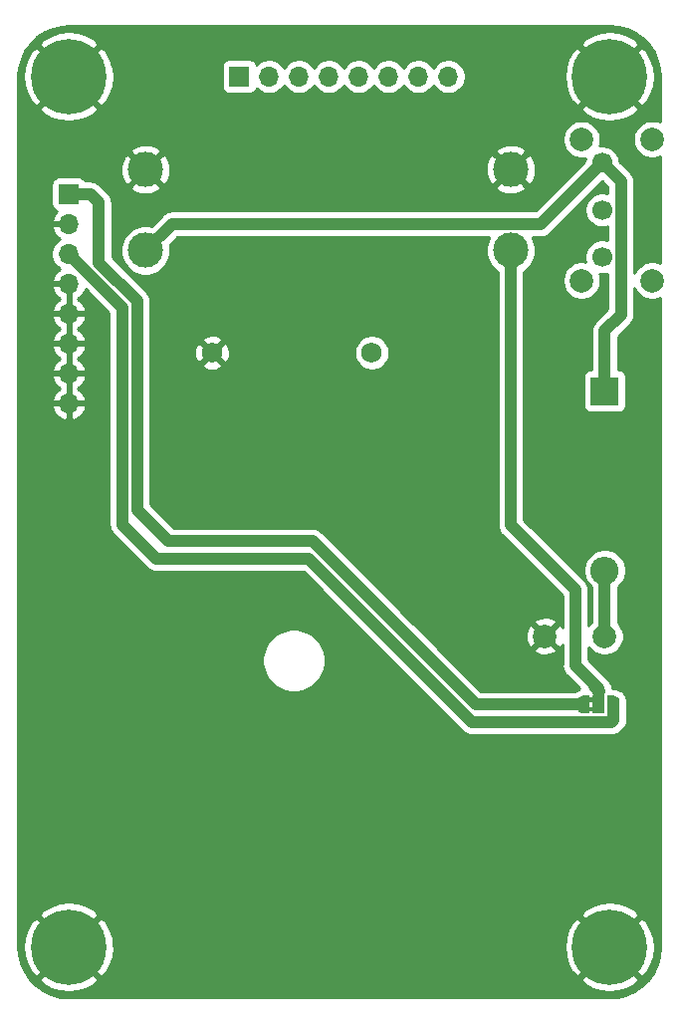
<source format=gtl>
G04 #@! TF.GenerationSoftware,KiCad,Pcbnew,5.1.9+dfsg1-1*
G04 #@! TF.CreationDate,2022-06-11T22:33:11-07:00*
G04 #@! TF.ProjectId,keygame-batpack,6b657967-616d-4652-9d62-61747061636b,rev?*
G04 #@! TF.SameCoordinates,Original*
G04 #@! TF.FileFunction,Copper,L1,Top*
G04 #@! TF.FilePolarity,Positive*
%FSLAX46Y46*%
G04 Gerber Fmt 4.6, Leading zero omitted, Abs format (unit mm)*
G04 Created by KiCad (PCBNEW 5.1.9+dfsg1-1) date 2022-06-11 22:33:11*
%MOMM*%
%LPD*%
G01*
G04 APERTURE LIST*
G04 #@! TA.AperFunction,ComponentPad*
%ADD10C,0.800000*%
G04 #@! TD*
G04 #@! TA.AperFunction,ComponentPad*
%ADD11C,6.400000*%
G04 #@! TD*
G04 #@! TA.AperFunction,ComponentPad*
%ADD12R,1.700000X1.700000*%
G04 #@! TD*
G04 #@! TA.AperFunction,ComponentPad*
%ADD13O,1.700000X1.700000*%
G04 #@! TD*
G04 #@! TA.AperFunction,ComponentPad*
%ADD14C,1.755000*%
G04 #@! TD*
G04 #@! TA.AperFunction,ComponentPad*
%ADD15C,3.000000*%
G04 #@! TD*
G04 #@! TA.AperFunction,SMDPad,CuDef*
%ADD16C,0.350000*%
G04 #@! TD*
G04 #@! TA.AperFunction,SMDPad,CuDef*
%ADD17R,1.000000X1.500000*%
G04 #@! TD*
G04 #@! TA.AperFunction,ComponentPad*
%ADD18C,2.000000*%
G04 #@! TD*
G04 #@! TA.AperFunction,ComponentPad*
%ADD19C,1.700000*%
G04 #@! TD*
G04 #@! TA.AperFunction,ComponentPad*
%ADD20R,2.400000X2.400000*%
G04 #@! TD*
G04 #@! TA.AperFunction,ComponentPad*
%ADD21O,2.400000X2.400000*%
G04 #@! TD*
G04 #@! TA.AperFunction,ViaPad*
%ADD22C,0.800000*%
G04 #@! TD*
G04 #@! TA.AperFunction,Conductor*
%ADD23C,1.000000*%
G04 #@! TD*
G04 #@! TA.AperFunction,Conductor*
%ADD24C,0.500000*%
G04 #@! TD*
G04 #@! TA.AperFunction,Conductor*
%ADD25C,0.250000*%
G04 #@! TD*
G04 #@! TA.AperFunction,Conductor*
%ADD26C,0.254000*%
G04 #@! TD*
G04 #@! TA.AperFunction,Conductor*
%ADD27C,0.350000*%
G04 #@! TD*
G04 APERTURE END LIST*
D10*
G04 #@! TO.P,H1,1*
G04 #@! TO.N,GND*
X126137056Y-57962944D03*
X124440000Y-57260000D03*
X122742944Y-57962944D03*
X122040000Y-59660000D03*
X122742944Y-61357056D03*
X124440000Y-62060000D03*
X126137056Y-61357056D03*
X126840000Y-59660000D03*
D11*
X124440000Y-59660000D03*
G04 #@! TD*
G04 #@! TO.P,H2,1*
G04 #@! TO.N,GND*
X170440000Y-59660000D03*
D10*
X172840000Y-59660000D03*
X172137056Y-61357056D03*
X170440000Y-62060000D03*
X168742944Y-61357056D03*
X168040000Y-59660000D03*
X168742944Y-57962944D03*
X170440000Y-57260000D03*
X172137056Y-57962944D03*
G04 #@! TD*
G04 #@! TO.P,H3,1*
G04 #@! TO.N,GND*
X126137056Y-131962944D03*
X124440000Y-131260000D03*
X122742944Y-131962944D03*
X122040000Y-133660000D03*
X122742944Y-135357056D03*
X124440000Y-136060000D03*
X126137056Y-135357056D03*
X126840000Y-133660000D03*
D11*
X124440000Y-133660000D03*
G04 #@! TD*
G04 #@! TO.P,H4,1*
G04 #@! TO.N,GND*
X170440000Y-133660000D03*
D10*
X172840000Y-133660000D03*
X172137056Y-135357056D03*
X170440000Y-136060000D03*
X168742944Y-135357056D03*
X168040000Y-133660000D03*
X168742944Y-131962944D03*
X170440000Y-131260000D03*
X172137056Y-131962944D03*
G04 #@! TD*
D12*
G04 #@! TO.P,J1,1*
G04 #@! TO.N,/SCK*
X138940000Y-59660000D03*
D13*
G04 #@! TO.P,J1,2*
G04 #@! TO.N,/MOSI*
X141480000Y-59660000D03*
G04 #@! TO.P,J1,3*
G04 #@! TO.N,/SCREEN_RST*
X144020000Y-59660000D03*
G04 #@! TO.P,J1,4*
G04 #@! TO.N,/SCREEN_DC*
X146560000Y-59660000D03*
G04 #@! TO.P,J1,5*
G04 #@! TO.N,/SCREEN_CS*
X149100000Y-59660000D03*
G04 #@! TO.P,J1,6*
G04 #@! TO.N,/BUTTON_MISO*
X151640000Y-59660000D03*
G04 #@! TO.P,J1,7*
G04 #@! TO.N,/BUTTON_CLK*
X154180000Y-59660000D03*
G04 #@! TO.P,J1,8*
G04 #@! TO.N,/BUTTON_LATCH*
X156720000Y-59660000D03*
G04 #@! TD*
D12*
G04 #@! TO.P,J2,1*
G04 #@! TO.N,+3V3*
X124440000Y-69660000D03*
D13*
G04 #@! TO.P,J2,2*
G04 #@! TO.N,GND*
X124440000Y-72200000D03*
G04 #@! TO.P,J2,3*
G04 #@! TO.N,+5V*
X124440000Y-74740000D03*
G04 #@! TO.P,J2,4*
G04 #@! TO.N,GND*
X124440000Y-77280000D03*
G04 #@! TO.P,J2,5*
X124440000Y-79820000D03*
G04 #@! TO.P,J2,6*
X124440000Y-82360000D03*
G04 #@! TO.P,J2,7*
X124440000Y-84900000D03*
G04 #@! TO.P,J2,8*
X124440000Y-87440000D03*
G04 #@! TD*
D14*
G04 #@! TO.P,BT1,1*
G04 #@! TO.N,Net-(BT1-Pad1)*
X150210000Y-83140000D03*
G04 #@! TO.P,BT1,2*
G04 #@! TO.N,GND*
X136620000Y-83140000D03*
G04 #@! TD*
D15*
G04 #@! TO.P,J3,1*
G04 #@! TO.N,GND*
X162030000Y-67560000D03*
G04 #@! TO.P,J3,2*
G04 #@! TO.N,Net-(J3-Pad2)*
X162030000Y-74440000D03*
G04 #@! TO.P,J3,3*
G04 #@! TO.N,Net-(D1-Pad1)*
X130970000Y-74440000D03*
G04 #@! TO.P,J3,4*
G04 #@! TO.N,GND*
X130970000Y-67560000D03*
G04 #@! TD*
G04 #@! TA.AperFunction,SMDPad,CuDef*
D16*
G04 #@! TO.P,JP1,1*
G04 #@! TO.N,+3V3*
G36*
X168740000Y-112440000D02*
G01*
X169090000Y-112440000D01*
X169090000Y-112840000D01*
X168740000Y-112840000D01*
X168740000Y-113240000D01*
X169090000Y-113240000D01*
X169090000Y-113640000D01*
X168740000Y-113640000D01*
X168740000Y-113790000D01*
X168190000Y-113790000D01*
X168190000Y-113789398D01*
X168165466Y-113789398D01*
X168116635Y-113784588D01*
X168068510Y-113775016D01*
X168021555Y-113760772D01*
X167976222Y-113741995D01*
X167932949Y-113718864D01*
X167892150Y-113691604D01*
X167854221Y-113660476D01*
X167819524Y-113625779D01*
X167788396Y-113587850D01*
X167761136Y-113547051D01*
X167738005Y-113503778D01*
X167719228Y-113458445D01*
X167704984Y-113411490D01*
X167695412Y-113363365D01*
X167690602Y-113314534D01*
X167690602Y-113290000D01*
X167690000Y-113290000D01*
X167690000Y-112790000D01*
X167690602Y-112790000D01*
X167690602Y-112765466D01*
X167695412Y-112716635D01*
X167704984Y-112668510D01*
X167719228Y-112621555D01*
X167738005Y-112576222D01*
X167761136Y-112532949D01*
X167788396Y-112492150D01*
X167819524Y-112454221D01*
X167854221Y-112419524D01*
X167892150Y-112388396D01*
X167932949Y-112361136D01*
X167976222Y-112338005D01*
X168021555Y-112319228D01*
X168068510Y-112304984D01*
X168116635Y-112295412D01*
X168165466Y-112290602D01*
X168190000Y-112290602D01*
X168190000Y-112290000D01*
X168740000Y-112290000D01*
X168740000Y-112440000D01*
G37*
G04 #@! TD.AperFunction*
G04 #@! TA.AperFunction,SMDPad,CuDef*
G04 #@! TO.P,JP1,3*
G04 #@! TO.N,+5V*
G36*
X170790000Y-112290602D02*
G01*
X170814534Y-112290602D01*
X170863365Y-112295412D01*
X170911490Y-112304984D01*
X170958445Y-112319228D01*
X171003778Y-112338005D01*
X171047051Y-112361136D01*
X171087850Y-112388396D01*
X171125779Y-112419524D01*
X171160476Y-112454221D01*
X171191604Y-112492150D01*
X171218864Y-112532949D01*
X171241995Y-112576222D01*
X171260772Y-112621555D01*
X171275016Y-112668510D01*
X171284588Y-112716635D01*
X171289398Y-112765466D01*
X171289398Y-112790000D01*
X171290000Y-112790000D01*
X171290000Y-113290000D01*
X171289398Y-113290000D01*
X171289398Y-113314534D01*
X171284588Y-113363365D01*
X171275016Y-113411490D01*
X171260772Y-113458445D01*
X171241995Y-113503778D01*
X171218864Y-113547051D01*
X171191604Y-113587850D01*
X171160476Y-113625779D01*
X171125779Y-113660476D01*
X171087850Y-113691604D01*
X171047051Y-113718864D01*
X171003778Y-113741995D01*
X170958445Y-113760772D01*
X170911490Y-113775016D01*
X170863365Y-113784588D01*
X170814534Y-113789398D01*
X170790000Y-113789398D01*
X170790000Y-113790000D01*
X170240000Y-113790000D01*
X170240000Y-112290000D01*
X170790000Y-112290000D01*
X170790000Y-112290602D01*
G37*
G04 #@! TD.AperFunction*
D17*
G04 #@! TO.P,JP1,2*
G04 #@! TO.N,Net-(J3-Pad2)*
X169490000Y-113040000D03*
G04 #@! TD*
D18*
G04 #@! TO.P,F1,1*
G04 #@! TO.N,Net-(D1-Pad2)*
X170020000Y-107240000D03*
G04 #@! TO.P,F1,2*
G04 #@! TO.N,GND*
X164940000Y-107230000D03*
G04 #@! TD*
G04 #@! TO.P,SW1,*
G04 #@! TO.N,*
X168050000Y-77000000D03*
X168050000Y-65000000D03*
X174050000Y-65000000D03*
X174050000Y-77000000D03*
D19*
G04 #@! TO.P,SW1,1*
G04 #@! TO.N,Net-(SW1-Pad1)*
X169800000Y-75000000D03*
G04 #@! TO.P,SW1,2*
G04 #@! TO.N,Net-(BT1-Pad1)*
X169800000Y-71000000D03*
G04 #@! TO.P,SW1,3*
G04 #@! TO.N,Net-(D1-Pad1)*
X169800000Y-67000000D03*
G04 #@! TD*
D20*
G04 #@! TO.P,D1,1*
G04 #@! TO.N,Net-(D1-Pad1)*
X170020000Y-86400000D03*
D21*
G04 #@! TO.P,D1,2*
G04 #@! TO.N,Net-(D1-Pad2)*
X170020000Y-101640000D03*
G04 #@! TD*
D22*
G04 #@! TO.N,GND*
X154700000Y-95410000D03*
G04 #@! TD*
D23*
G04 #@! TO.N,+3V3*
X132910010Y-99160000D02*
X130250010Y-96500000D01*
X130250010Y-96500000D02*
X130250010Y-78750010D01*
X124440000Y-69831998D02*
X124440000Y-69660000D01*
X127000000Y-70370000D02*
X126290000Y-69660000D01*
X126290000Y-69660000D02*
X124440000Y-69660000D01*
X127000000Y-75500000D02*
X127000000Y-70370000D01*
X130250010Y-78750010D02*
X127000000Y-75500000D01*
X168190000Y-113040000D02*
X159030000Y-113040000D01*
X145150000Y-99160000D02*
X132910010Y-99160000D01*
X159030000Y-113040000D02*
X145150000Y-99160000D01*
G04 #@! TO.N,+5V*
X129000000Y-79300000D02*
X129000000Y-97750000D01*
X129000000Y-97750000D02*
X131910000Y-100660000D01*
X124440000Y-74740000D02*
X129000000Y-79300000D01*
X170590001Y-114540001D02*
X170790000Y-114340002D01*
X158762221Y-114540001D02*
X170590001Y-114540001D01*
X144882220Y-100660000D02*
X158762221Y-114540001D01*
X170790000Y-114340002D02*
X170790000Y-113040000D01*
X131910000Y-100660000D02*
X144882220Y-100660000D01*
G04 #@! TO.N,Net-(D1-Pad1)*
X164610001Y-72189999D02*
X169800000Y-67000000D01*
X133220001Y-72189999D02*
X164610001Y-72189999D01*
X130970000Y-74440000D02*
X133220001Y-72189999D01*
X171400001Y-68600001D02*
X169800000Y-67000000D01*
X171400001Y-79899999D02*
X171400001Y-68600001D01*
X170020000Y-81280000D02*
X171400001Y-79899999D01*
X170020000Y-86400000D02*
X170020000Y-81280000D01*
G04 #@! TO.N,Net-(D1-Pad2)*
X170020000Y-101640000D02*
X170020000Y-107240000D01*
D24*
G04 #@! TO.N,Net-(J3-Pad2)*
X169560010Y-112442886D02*
X169560010Y-113250000D01*
D25*
X169460000Y-113250000D02*
X169460000Y-112519654D01*
X169460000Y-112519654D02*
X169120346Y-112180000D01*
X169460000Y-111989324D02*
X169460000Y-112000000D01*
X169460000Y-112000000D02*
X169200173Y-112259827D01*
X169200173Y-112259827D02*
X169280173Y-112339827D01*
X169280173Y-112339827D02*
X169325173Y-112384827D01*
X169460000Y-113250000D02*
X169460000Y-112770000D01*
X169460000Y-112770000D02*
X169834990Y-112395010D01*
X169834990Y-112364314D02*
X169460000Y-111989324D01*
X169834990Y-112395010D02*
X169834990Y-112364314D01*
X169460000Y-111989324D02*
X169639324Y-111989324D01*
X169460000Y-112250000D02*
X169334990Y-112124990D01*
X169460000Y-113250000D02*
X169460000Y-112250000D01*
X169334990Y-112124990D02*
X169065336Y-112124990D01*
X169065336Y-111915336D02*
X168740000Y-111590000D01*
X169065336Y-112124990D02*
X169065336Y-111915336D01*
X169460000Y-113250000D02*
X169460000Y-112630000D01*
X169520000Y-112570000D02*
X169520000Y-111590000D01*
X169460000Y-112630000D02*
X169520000Y-112570000D01*
X169520000Y-111590000D02*
X169520000Y-111670000D01*
X169520000Y-111670000D02*
X169860000Y-112010000D01*
X169860000Y-112010000D02*
X169860000Y-112210000D01*
D23*
X169490000Y-111779324D02*
X169590000Y-111879324D01*
X169490000Y-111680000D02*
X169490000Y-111779324D01*
X167530000Y-109720000D02*
X169490000Y-111680000D01*
X167530000Y-103290000D02*
X167530000Y-109720000D01*
X162030000Y-97790000D02*
X167530000Y-103290000D01*
X162030000Y-74440000D02*
X162030000Y-97790000D01*
G04 #@! TD*
D26*
G04 #@! TO.N,GND*
X171199192Y-55440578D02*
X171934389Y-55641705D01*
X172622351Y-55969846D01*
X173241331Y-56414628D01*
X173771761Y-56961988D01*
X174196884Y-57594639D01*
X174503251Y-58292561D01*
X174682499Y-59039183D01*
X174730001Y-59686044D01*
X174730001Y-63511954D01*
X174526912Y-63427832D01*
X174211033Y-63365000D01*
X173888967Y-63365000D01*
X173573088Y-63427832D01*
X173275537Y-63551082D01*
X173007748Y-63730013D01*
X172780013Y-63957748D01*
X172601082Y-64225537D01*
X172477832Y-64523088D01*
X172415000Y-64838967D01*
X172415000Y-65161033D01*
X172477832Y-65476912D01*
X172601082Y-65774463D01*
X172780013Y-66042252D01*
X173007748Y-66269987D01*
X173275537Y-66448918D01*
X173573088Y-66572168D01*
X173888967Y-66635000D01*
X174211033Y-66635000D01*
X174526912Y-66572168D01*
X174730001Y-66488046D01*
X174730001Y-75511954D01*
X174526912Y-75427832D01*
X174211033Y-75365000D01*
X173888967Y-75365000D01*
X173573088Y-75427832D01*
X173275537Y-75551082D01*
X173007748Y-75730013D01*
X172780013Y-75957748D01*
X172601082Y-76225537D01*
X172535001Y-76385070D01*
X172535001Y-68655752D01*
X172540492Y-68600000D01*
X172518578Y-68377501D01*
X172488838Y-68279463D01*
X172453677Y-68163554D01*
X172348285Y-67966378D01*
X172206450Y-67793552D01*
X172163141Y-67758010D01*
X171285000Y-66879869D01*
X171285000Y-66853740D01*
X171227932Y-66566842D01*
X171115990Y-66296589D01*
X170953475Y-66053368D01*
X170746632Y-65846525D01*
X170503411Y-65684010D01*
X170233158Y-65572068D01*
X169946260Y-65515000D01*
X169653740Y-65515000D01*
X169602140Y-65525264D01*
X169622168Y-65476912D01*
X169685000Y-65161033D01*
X169685000Y-64838967D01*
X169622168Y-64523088D01*
X169498918Y-64225537D01*
X169319987Y-63957748D01*
X169092252Y-63730013D01*
X168824463Y-63551082D01*
X168526912Y-63427832D01*
X168211033Y-63365000D01*
X167888967Y-63365000D01*
X167573088Y-63427832D01*
X167275537Y-63551082D01*
X167007748Y-63730013D01*
X166780013Y-63957748D01*
X166601082Y-64225537D01*
X166477832Y-64523088D01*
X166415000Y-64838967D01*
X166415000Y-65161033D01*
X166477832Y-65476912D01*
X166601082Y-65774463D01*
X166780013Y-66042252D01*
X167007748Y-66269987D01*
X167275537Y-66448918D01*
X167573088Y-66572168D01*
X167888967Y-66635000D01*
X168211033Y-66635000D01*
X168364586Y-66604457D01*
X168315000Y-66853740D01*
X168315000Y-66879868D01*
X164139870Y-71054999D01*
X133275752Y-71054999D01*
X133220001Y-71049508D01*
X133164249Y-71054999D01*
X132997502Y-71071422D01*
X132783554Y-71136323D01*
X132586378Y-71241715D01*
X132413552Y-71383550D01*
X132378012Y-71426856D01*
X131446845Y-72358023D01*
X131180279Y-72305000D01*
X130759721Y-72305000D01*
X130347244Y-72387047D01*
X129958698Y-72547988D01*
X129609017Y-72781637D01*
X129311637Y-73079017D01*
X129077988Y-73428698D01*
X128917047Y-73817244D01*
X128835000Y-74229721D01*
X128835000Y-74650279D01*
X128917047Y-75062756D01*
X129077988Y-75451302D01*
X129311637Y-75800983D01*
X129609017Y-76098363D01*
X129958698Y-76332012D01*
X130347244Y-76492953D01*
X130759721Y-76575000D01*
X131180279Y-76575000D01*
X131592756Y-76492953D01*
X131981302Y-76332012D01*
X132330983Y-76098363D01*
X132628363Y-75800983D01*
X132862012Y-75451302D01*
X133022953Y-75062756D01*
X133105000Y-74650279D01*
X133105000Y-74229721D01*
X133051977Y-73963155D01*
X133690133Y-73324999D01*
X160207277Y-73324999D01*
X160137988Y-73428698D01*
X159977047Y-73817244D01*
X159895000Y-74229721D01*
X159895000Y-74650279D01*
X159977047Y-75062756D01*
X160137988Y-75451302D01*
X160371637Y-75800983D01*
X160669017Y-76098363D01*
X160895000Y-76249360D01*
X160895001Y-97734238D01*
X160889509Y-97790000D01*
X160911423Y-98012498D01*
X160976324Y-98226446D01*
X160976325Y-98226447D01*
X161081717Y-98423623D01*
X161223552Y-98596449D01*
X161266860Y-98631991D01*
X166395000Y-103760133D01*
X166395000Y-106473203D01*
X166339814Y-106369956D01*
X166075413Y-106274192D01*
X165119605Y-107230000D01*
X166075413Y-108185808D01*
X166339814Y-108090044D01*
X166395001Y-107976602D01*
X166395001Y-109664239D01*
X166389509Y-109720000D01*
X166411423Y-109942498D01*
X166476324Y-110156446D01*
X166512089Y-110223357D01*
X166581717Y-110353623D01*
X166723552Y-110526449D01*
X166766860Y-110561991D01*
X167897519Y-111692652D01*
X167800681Y-111722027D01*
X167710125Y-111759536D01*
X167599808Y-111818502D01*
X167518309Y-111872958D01*
X167479266Y-111905000D01*
X159500132Y-111905000D01*
X155960545Y-108365413D01*
X163984192Y-108365413D01*
X164079956Y-108629814D01*
X164369571Y-108770704D01*
X164681108Y-108852384D01*
X165002595Y-108871718D01*
X165321675Y-108827961D01*
X165626088Y-108722795D01*
X165800044Y-108629814D01*
X165895808Y-108365413D01*
X164940000Y-107409605D01*
X163984192Y-108365413D01*
X155960545Y-108365413D01*
X154887727Y-107292595D01*
X163298282Y-107292595D01*
X163342039Y-107611675D01*
X163447205Y-107916088D01*
X163540186Y-108090044D01*
X163804587Y-108185808D01*
X164760395Y-107230000D01*
X163804587Y-106274192D01*
X163540186Y-106369956D01*
X163399296Y-106659571D01*
X163317616Y-106971108D01*
X163298282Y-107292595D01*
X154887727Y-107292595D01*
X153689719Y-106094587D01*
X163984192Y-106094587D01*
X164940000Y-107050395D01*
X165895808Y-106094587D01*
X165800044Y-105830186D01*
X165510429Y-105689296D01*
X165198892Y-105607616D01*
X164877405Y-105588282D01*
X164558325Y-105632039D01*
X164253912Y-105737205D01*
X164079956Y-105830186D01*
X163984192Y-106094587D01*
X153689719Y-106094587D01*
X145991996Y-98396865D01*
X145956449Y-98353551D01*
X145783623Y-98211716D01*
X145586447Y-98106324D01*
X145372499Y-98041423D01*
X145205752Y-98025000D01*
X145205751Y-98025000D01*
X145150000Y-98019509D01*
X145094249Y-98025000D01*
X133380142Y-98025000D01*
X131385010Y-96029869D01*
X131385010Y-84188024D01*
X135751581Y-84188024D01*
X135832543Y-84439907D01*
X136101274Y-84568555D01*
X136389938Y-84642304D01*
X136687444Y-84658321D01*
X136982358Y-84615989D01*
X137263346Y-84516936D01*
X137407457Y-84439907D01*
X137488419Y-84188024D01*
X136620000Y-83319605D01*
X135751581Y-84188024D01*
X131385010Y-84188024D01*
X131385010Y-83207444D01*
X135101679Y-83207444D01*
X135144011Y-83502358D01*
X135243064Y-83783346D01*
X135320093Y-83927457D01*
X135571976Y-84008419D01*
X136440395Y-83140000D01*
X136799605Y-83140000D01*
X137668024Y-84008419D01*
X137919907Y-83927457D01*
X138048555Y-83658726D01*
X138122304Y-83370062D01*
X138138321Y-83072556D01*
X138126620Y-82991032D01*
X148697500Y-82991032D01*
X148697500Y-83288968D01*
X148755625Y-83581180D01*
X148869640Y-83856437D01*
X149035165Y-84104162D01*
X149245838Y-84314835D01*
X149493563Y-84480360D01*
X149768820Y-84594375D01*
X150061032Y-84652500D01*
X150358968Y-84652500D01*
X150651180Y-84594375D01*
X150926437Y-84480360D01*
X151174162Y-84314835D01*
X151384835Y-84104162D01*
X151550360Y-83856437D01*
X151664375Y-83581180D01*
X151722500Y-83288968D01*
X151722500Y-82991032D01*
X151664375Y-82698820D01*
X151550360Y-82423563D01*
X151384835Y-82175838D01*
X151174162Y-81965165D01*
X150926437Y-81799640D01*
X150651180Y-81685625D01*
X150358968Y-81627500D01*
X150061032Y-81627500D01*
X149768820Y-81685625D01*
X149493563Y-81799640D01*
X149245838Y-81965165D01*
X149035165Y-82175838D01*
X148869640Y-82423563D01*
X148755625Y-82698820D01*
X148697500Y-82991032D01*
X138126620Y-82991032D01*
X138095989Y-82777642D01*
X137996936Y-82496654D01*
X137919907Y-82352543D01*
X137668024Y-82271581D01*
X136799605Y-83140000D01*
X136440395Y-83140000D01*
X135571976Y-82271581D01*
X135320093Y-82352543D01*
X135191445Y-82621274D01*
X135117696Y-82909938D01*
X135101679Y-83207444D01*
X131385010Y-83207444D01*
X131385010Y-82091976D01*
X135751581Y-82091976D01*
X136620000Y-82960395D01*
X137488419Y-82091976D01*
X137407457Y-81840093D01*
X137138726Y-81711445D01*
X136850062Y-81637696D01*
X136552556Y-81621679D01*
X136257642Y-81664011D01*
X135976654Y-81763064D01*
X135832543Y-81840093D01*
X135751581Y-82091976D01*
X131385010Y-82091976D01*
X131385010Y-78805753D01*
X131390500Y-78750009D01*
X131385010Y-78694265D01*
X131385010Y-78694258D01*
X131368587Y-78527511D01*
X131303686Y-78313563D01*
X131198294Y-78116387D01*
X131056459Y-77943561D01*
X131013151Y-77908019D01*
X128135000Y-75029869D01*
X128135000Y-70425752D01*
X128140491Y-70370000D01*
X128118577Y-70147501D01*
X128053676Y-69933553D01*
X127948284Y-69736377D01*
X127885603Y-69660000D01*
X127806449Y-69563551D01*
X127763140Y-69528008D01*
X127286785Y-69051653D01*
X129657952Y-69051653D01*
X129813962Y-69367214D01*
X130188745Y-69558020D01*
X130593551Y-69672044D01*
X131012824Y-69704902D01*
X131430451Y-69655334D01*
X131830383Y-69525243D01*
X132126038Y-69367214D01*
X132282048Y-69051653D01*
X160717952Y-69051653D01*
X160873962Y-69367214D01*
X161248745Y-69558020D01*
X161653551Y-69672044D01*
X162072824Y-69704902D01*
X162490451Y-69655334D01*
X162890383Y-69525243D01*
X163186038Y-69367214D01*
X163342048Y-69051653D01*
X162030000Y-67739605D01*
X160717952Y-69051653D01*
X132282048Y-69051653D01*
X130970000Y-67739605D01*
X129657952Y-69051653D01*
X127286785Y-69051653D01*
X127131995Y-68896864D01*
X127096449Y-68853551D01*
X126923623Y-68711716D01*
X126726447Y-68606324D01*
X126512499Y-68541423D01*
X126345752Y-68525000D01*
X126345751Y-68525000D01*
X126290000Y-68519509D01*
X126234249Y-68525000D01*
X125857683Y-68525000D01*
X125820537Y-68455506D01*
X125741185Y-68358815D01*
X125644494Y-68279463D01*
X125534180Y-68220498D01*
X125414482Y-68184188D01*
X125290000Y-68171928D01*
X123590000Y-68171928D01*
X123465518Y-68184188D01*
X123345820Y-68220498D01*
X123235506Y-68279463D01*
X123138815Y-68358815D01*
X123059463Y-68455506D01*
X123000498Y-68565820D01*
X122964188Y-68685518D01*
X122951928Y-68810000D01*
X122951928Y-70510000D01*
X122964188Y-70634482D01*
X123000498Y-70754180D01*
X123059463Y-70864494D01*
X123138815Y-70961185D01*
X123235506Y-71040537D01*
X123345820Y-71099502D01*
X123426466Y-71123966D01*
X123342412Y-71199731D01*
X123168359Y-71433080D01*
X123043175Y-71695901D01*
X122998524Y-71843110D01*
X123119845Y-72073000D01*
X124313000Y-72073000D01*
X124313000Y-72053000D01*
X124567000Y-72053000D01*
X124567000Y-72073000D01*
X124587000Y-72073000D01*
X124587000Y-72327000D01*
X124567000Y-72327000D01*
X124567000Y-72347000D01*
X124313000Y-72347000D01*
X124313000Y-72327000D01*
X123119845Y-72327000D01*
X122998524Y-72556890D01*
X123043175Y-72704099D01*
X123168359Y-72966920D01*
X123342412Y-73200269D01*
X123558645Y-73395178D01*
X123675534Y-73464805D01*
X123493368Y-73586525D01*
X123286525Y-73793368D01*
X123124010Y-74036589D01*
X123012068Y-74306842D01*
X122955000Y-74593740D01*
X122955000Y-74886260D01*
X123012068Y-75173158D01*
X123124010Y-75443411D01*
X123286525Y-75686632D01*
X123493368Y-75893475D01*
X123675534Y-76015195D01*
X123558645Y-76084822D01*
X123342412Y-76279731D01*
X123168359Y-76513080D01*
X123043175Y-76775901D01*
X122998524Y-76923110D01*
X123119845Y-77153000D01*
X124313000Y-77153000D01*
X124313000Y-77133000D01*
X124567000Y-77133000D01*
X124567000Y-77153000D01*
X124587000Y-77153000D01*
X124587000Y-77407000D01*
X124567000Y-77407000D01*
X124567000Y-79693000D01*
X125760155Y-79693000D01*
X125881476Y-79463110D01*
X125836825Y-79315901D01*
X125711641Y-79053080D01*
X125537588Y-78819731D01*
X125321355Y-78624822D01*
X125195745Y-78550000D01*
X125321355Y-78475178D01*
X125537588Y-78280269D01*
X125711641Y-78046920D01*
X125836825Y-77784099D01*
X125846633Y-77751764D01*
X127865000Y-79770132D01*
X127865001Y-97694238D01*
X127859509Y-97750000D01*
X127881423Y-97972498D01*
X127946324Y-98186446D01*
X127967705Y-98226447D01*
X128051717Y-98383623D01*
X128193552Y-98556449D01*
X128236860Y-98591991D01*
X131068009Y-101423141D01*
X131103551Y-101466449D01*
X131276377Y-101608284D01*
X131473553Y-101713676D01*
X131687501Y-101778577D01*
X131854248Y-101795000D01*
X131854257Y-101795000D01*
X131909999Y-101800490D01*
X131965741Y-101795000D01*
X144412089Y-101795000D01*
X157920234Y-115303147D01*
X157955772Y-115346450D01*
X157999075Y-115381988D01*
X157999077Y-115381990D01*
X158128598Y-115488285D01*
X158325774Y-115593677D01*
X158539722Y-115658578D01*
X158762221Y-115680492D01*
X158817973Y-115675001D01*
X170534250Y-115675001D01*
X170590001Y-115680492D01*
X170645752Y-115675001D01*
X170645753Y-115675001D01*
X170812500Y-115658578D01*
X171026448Y-115593677D01*
X171223624Y-115488285D01*
X171396450Y-115346450D01*
X171431997Y-115303136D01*
X171553135Y-115181998D01*
X171596449Y-115146451D01*
X171738284Y-114973625D01*
X171843676Y-114776449D01*
X171908577Y-114562501D01*
X171925000Y-114395754D01*
X171925000Y-114395744D01*
X171930490Y-114340003D01*
X171925000Y-114284261D01*
X171925000Y-113345751D01*
X171925664Y-113339009D01*
X171925664Y-113314450D01*
X171928072Y-113290000D01*
X171928072Y-112790000D01*
X171925664Y-112765550D01*
X171925664Y-112740991D01*
X171913404Y-112616510D01*
X171894282Y-112520377D01*
X171857973Y-112400681D01*
X171820464Y-112310125D01*
X171761498Y-112199808D01*
X171707042Y-112118309D01*
X171627690Y-112021618D01*
X171558382Y-111952310D01*
X171461691Y-111872958D01*
X171380192Y-111818502D01*
X171269875Y-111759536D01*
X171179319Y-111722027D01*
X171059623Y-111685718D01*
X170963490Y-111666596D01*
X170839009Y-111654336D01*
X170814450Y-111654336D01*
X170790000Y-111651928D01*
X170707090Y-111651928D01*
X170643675Y-111442877D01*
X170552260Y-111271850D01*
X170543676Y-111243553D01*
X170438284Y-111046377D01*
X170331989Y-110916856D01*
X170331987Y-110916854D01*
X170296449Y-110873551D01*
X170253146Y-110838013D01*
X168665000Y-109249869D01*
X168665000Y-108155021D01*
X168750013Y-108282252D01*
X168977748Y-108509987D01*
X169245537Y-108688918D01*
X169543088Y-108812168D01*
X169858967Y-108875000D01*
X170181033Y-108875000D01*
X170496912Y-108812168D01*
X170794463Y-108688918D01*
X171062252Y-108509987D01*
X171289987Y-108282252D01*
X171468918Y-108014463D01*
X171592168Y-107716912D01*
X171655000Y-107401033D01*
X171655000Y-107078967D01*
X171592168Y-106763088D01*
X171468918Y-106465537D01*
X171289987Y-106197748D01*
X171155000Y-106062761D01*
X171155000Y-103088553D01*
X171189744Y-103065338D01*
X171445338Y-102809744D01*
X171646156Y-102509199D01*
X171784482Y-102175250D01*
X171855000Y-101820732D01*
X171855000Y-101459268D01*
X171784482Y-101104750D01*
X171646156Y-100770801D01*
X171445338Y-100470256D01*
X171189744Y-100214662D01*
X170889199Y-100013844D01*
X170555250Y-99875518D01*
X170200732Y-99805000D01*
X169839268Y-99805000D01*
X169484750Y-99875518D01*
X169150801Y-100013844D01*
X168850256Y-100214662D01*
X168594662Y-100470256D01*
X168393844Y-100770801D01*
X168255518Y-101104750D01*
X168185000Y-101459268D01*
X168185000Y-101820732D01*
X168255518Y-102175250D01*
X168393844Y-102509199D01*
X168594662Y-102809744D01*
X168850256Y-103065338D01*
X168885000Y-103088553D01*
X168885001Y-106062760D01*
X168750013Y-106197748D01*
X168665000Y-106324979D01*
X168665000Y-103345752D01*
X168670491Y-103290000D01*
X168648577Y-103067501D01*
X168583676Y-102853553D01*
X168478284Y-102656377D01*
X168371989Y-102526856D01*
X168371987Y-102526854D01*
X168336449Y-102483551D01*
X168293146Y-102448013D01*
X163165000Y-97319869D01*
X163165000Y-76249360D01*
X163390983Y-76098363D01*
X163688363Y-75800983D01*
X163922012Y-75451302D01*
X164082953Y-75062756D01*
X164165000Y-74650279D01*
X164165000Y-74229721D01*
X164082953Y-73817244D01*
X163922012Y-73428698D01*
X163852723Y-73324999D01*
X164554250Y-73324999D01*
X164610001Y-73330490D01*
X164665752Y-73324999D01*
X164665753Y-73324999D01*
X164832500Y-73308576D01*
X165046448Y-73243675D01*
X165243624Y-73138283D01*
X165416450Y-72996448D01*
X165451997Y-72953134D01*
X169800000Y-68605132D01*
X170265002Y-69070134D01*
X170265002Y-69585258D01*
X170233158Y-69572068D01*
X169946260Y-69515000D01*
X169653740Y-69515000D01*
X169366842Y-69572068D01*
X169096589Y-69684010D01*
X168853368Y-69846525D01*
X168646525Y-70053368D01*
X168484010Y-70296589D01*
X168372068Y-70566842D01*
X168315000Y-70853740D01*
X168315000Y-71146260D01*
X168372068Y-71433158D01*
X168484010Y-71703411D01*
X168646525Y-71946632D01*
X168853368Y-72153475D01*
X169096589Y-72315990D01*
X169366842Y-72427932D01*
X169653740Y-72485000D01*
X169946260Y-72485000D01*
X170233158Y-72427932D01*
X170265002Y-72414742D01*
X170265002Y-73585258D01*
X170233158Y-73572068D01*
X169946260Y-73515000D01*
X169653740Y-73515000D01*
X169366842Y-73572068D01*
X169096589Y-73684010D01*
X168853368Y-73846525D01*
X168646525Y-74053368D01*
X168484010Y-74296589D01*
X168372068Y-74566842D01*
X168315000Y-74853740D01*
X168315000Y-75146260D01*
X168364586Y-75395543D01*
X168211033Y-75365000D01*
X167888967Y-75365000D01*
X167573088Y-75427832D01*
X167275537Y-75551082D01*
X167007748Y-75730013D01*
X166780013Y-75957748D01*
X166601082Y-76225537D01*
X166477832Y-76523088D01*
X166415000Y-76838967D01*
X166415000Y-77161033D01*
X166477832Y-77476912D01*
X166601082Y-77774463D01*
X166780013Y-78042252D01*
X167007748Y-78269987D01*
X167275537Y-78448918D01*
X167573088Y-78572168D01*
X167888967Y-78635000D01*
X168211033Y-78635000D01*
X168526912Y-78572168D01*
X168824463Y-78448918D01*
X169092252Y-78269987D01*
X169319987Y-78042252D01*
X169498918Y-77774463D01*
X169622168Y-77476912D01*
X169685000Y-77161033D01*
X169685000Y-76838967D01*
X169622168Y-76523088D01*
X169602140Y-76474736D01*
X169653740Y-76485000D01*
X169946260Y-76485000D01*
X170233158Y-76427932D01*
X170265001Y-76414742D01*
X170265001Y-79429867D01*
X169256860Y-80438009D01*
X169213552Y-80473551D01*
X169071717Y-80646377D01*
X169039609Y-80706448D01*
X168966324Y-80843554D01*
X168901423Y-81057502D01*
X168879509Y-81280000D01*
X168885001Y-81335761D01*
X168885000Y-84561928D01*
X168820000Y-84561928D01*
X168695518Y-84574188D01*
X168575820Y-84610498D01*
X168465506Y-84669463D01*
X168368815Y-84748815D01*
X168289463Y-84845506D01*
X168230498Y-84955820D01*
X168194188Y-85075518D01*
X168181928Y-85200000D01*
X168181928Y-87600000D01*
X168194188Y-87724482D01*
X168230498Y-87844180D01*
X168289463Y-87954494D01*
X168368815Y-88051185D01*
X168465506Y-88130537D01*
X168575820Y-88189502D01*
X168695518Y-88225812D01*
X168820000Y-88238072D01*
X171220000Y-88238072D01*
X171344482Y-88225812D01*
X171464180Y-88189502D01*
X171574494Y-88130537D01*
X171671185Y-88051185D01*
X171750537Y-87954494D01*
X171809502Y-87844180D01*
X171845812Y-87724482D01*
X171858072Y-87600000D01*
X171858072Y-85200000D01*
X171845812Y-85075518D01*
X171809502Y-84955820D01*
X171750537Y-84845506D01*
X171671185Y-84748815D01*
X171574494Y-84669463D01*
X171464180Y-84610498D01*
X171344482Y-84574188D01*
X171220000Y-84561928D01*
X171155000Y-84561928D01*
X171155000Y-81750131D01*
X172163141Y-80741991D01*
X172206450Y-80706448D01*
X172348285Y-80533622D01*
X172453677Y-80336446D01*
X172518578Y-80122498D01*
X172535001Y-79955751D01*
X172535001Y-79955750D01*
X172540492Y-79900000D01*
X172535001Y-79844248D01*
X172535001Y-77614930D01*
X172601082Y-77774463D01*
X172780013Y-78042252D01*
X173007748Y-78269987D01*
X173275537Y-78448918D01*
X173573088Y-78572168D01*
X173888967Y-78635000D01*
X174211033Y-78635000D01*
X174526912Y-78572168D01*
X174730001Y-78488046D01*
X174730000Y-133628382D01*
X174659422Y-134419193D01*
X174458295Y-135154389D01*
X174130152Y-135842355D01*
X173685374Y-136461328D01*
X173138012Y-136991761D01*
X172505362Y-137416883D01*
X171807439Y-137723251D01*
X171060819Y-137902499D01*
X170413970Y-137950000D01*
X124471618Y-137950000D01*
X123680807Y-137879422D01*
X122945611Y-137678295D01*
X122257645Y-137350152D01*
X121638672Y-136905374D01*
X121111020Y-136360881D01*
X121918724Y-136360881D01*
X122278912Y-136850548D01*
X122942882Y-137210849D01*
X123664385Y-137434694D01*
X124415695Y-137513480D01*
X125167938Y-137444178D01*
X125892208Y-137229452D01*
X126560670Y-136877555D01*
X126601088Y-136850548D01*
X126961276Y-136360881D01*
X167918724Y-136360881D01*
X168278912Y-136850548D01*
X168942882Y-137210849D01*
X169664385Y-137434694D01*
X170415695Y-137513480D01*
X171167938Y-137444178D01*
X171892208Y-137229452D01*
X172560670Y-136877555D01*
X172601088Y-136850548D01*
X172961276Y-136360881D01*
X170440000Y-133839605D01*
X167918724Y-136360881D01*
X126961276Y-136360881D01*
X124440000Y-133839605D01*
X121918724Y-136360881D01*
X121111020Y-136360881D01*
X121108239Y-136358012D01*
X120683117Y-135725362D01*
X120376749Y-135027439D01*
X120197501Y-134280819D01*
X120150127Y-133635695D01*
X120586520Y-133635695D01*
X120655822Y-134387938D01*
X120870548Y-135112208D01*
X121222445Y-135780670D01*
X121249452Y-135821088D01*
X121739119Y-136181276D01*
X124260395Y-133660000D01*
X124619605Y-133660000D01*
X127140881Y-136181276D01*
X127630548Y-135821088D01*
X127990849Y-135157118D01*
X128214694Y-134435615D01*
X128293480Y-133684305D01*
X128289002Y-133635695D01*
X166586520Y-133635695D01*
X166655822Y-134387938D01*
X166870548Y-135112208D01*
X167222445Y-135780670D01*
X167249452Y-135821088D01*
X167739119Y-136181276D01*
X170260395Y-133660000D01*
X170619605Y-133660000D01*
X173140881Y-136181276D01*
X173630548Y-135821088D01*
X173990849Y-135157118D01*
X174214694Y-134435615D01*
X174293480Y-133684305D01*
X174224178Y-132932062D01*
X174009452Y-132207792D01*
X173657555Y-131539330D01*
X173630548Y-131498912D01*
X173140881Y-131138724D01*
X170619605Y-133660000D01*
X170260395Y-133660000D01*
X167739119Y-131138724D01*
X167249452Y-131498912D01*
X166889151Y-132162882D01*
X166665306Y-132884385D01*
X166586520Y-133635695D01*
X128289002Y-133635695D01*
X128224178Y-132932062D01*
X128009452Y-132207792D01*
X127657555Y-131539330D01*
X127630548Y-131498912D01*
X127140881Y-131138724D01*
X124619605Y-133660000D01*
X124260395Y-133660000D01*
X121739119Y-131138724D01*
X121249452Y-131498912D01*
X120889151Y-132162882D01*
X120665306Y-132884385D01*
X120586520Y-133635695D01*
X120150127Y-133635695D01*
X120150000Y-133633970D01*
X120150000Y-130959119D01*
X121918724Y-130959119D01*
X124440000Y-133480395D01*
X126961276Y-130959119D01*
X167918724Y-130959119D01*
X170440000Y-133480395D01*
X172961276Y-130959119D01*
X172601088Y-130469452D01*
X171937118Y-130109151D01*
X171215615Y-129885306D01*
X170464305Y-129806520D01*
X169712062Y-129875822D01*
X168987792Y-130090548D01*
X168319330Y-130442445D01*
X168278912Y-130469452D01*
X167918724Y-130959119D01*
X126961276Y-130959119D01*
X126601088Y-130469452D01*
X125937118Y-130109151D01*
X125215615Y-129885306D01*
X124464305Y-129806520D01*
X123712062Y-129875822D01*
X122987792Y-130090548D01*
X122319330Y-130442445D01*
X122278912Y-130469452D01*
X121918724Y-130959119D01*
X120150000Y-130959119D01*
X120150000Y-109044592D01*
X140895263Y-109044592D01*
X140895263Y-109575408D01*
X140998820Y-110096026D01*
X141201955Y-110586437D01*
X141496861Y-111027795D01*
X141872205Y-111403139D01*
X142313563Y-111698045D01*
X142803974Y-111901180D01*
X143324592Y-112004737D01*
X143855408Y-112004737D01*
X144376026Y-111901180D01*
X144866437Y-111698045D01*
X145307795Y-111403139D01*
X145683139Y-111027795D01*
X145978045Y-110586437D01*
X146181180Y-110096026D01*
X146284737Y-109575408D01*
X146284737Y-109044592D01*
X146181180Y-108523974D01*
X145978045Y-108033563D01*
X145683139Y-107592205D01*
X145307795Y-107216861D01*
X144866437Y-106921955D01*
X144376026Y-106718820D01*
X143855408Y-106615263D01*
X143324592Y-106615263D01*
X142803974Y-106718820D01*
X142313563Y-106921955D01*
X141872205Y-107216861D01*
X141496861Y-107592205D01*
X141201955Y-108033563D01*
X140998820Y-108523974D01*
X140895263Y-109044592D01*
X120150000Y-109044592D01*
X120150000Y-87796890D01*
X122998524Y-87796890D01*
X123043175Y-87944099D01*
X123168359Y-88206920D01*
X123342412Y-88440269D01*
X123558645Y-88635178D01*
X123808748Y-88784157D01*
X124083109Y-88881481D01*
X124313000Y-88760814D01*
X124313000Y-87567000D01*
X124567000Y-87567000D01*
X124567000Y-88760814D01*
X124796891Y-88881481D01*
X125071252Y-88784157D01*
X125321355Y-88635178D01*
X125537588Y-88440269D01*
X125711641Y-88206920D01*
X125836825Y-87944099D01*
X125881476Y-87796890D01*
X125760155Y-87567000D01*
X124567000Y-87567000D01*
X124313000Y-87567000D01*
X123119845Y-87567000D01*
X122998524Y-87796890D01*
X120150000Y-87796890D01*
X120150000Y-85256890D01*
X122998524Y-85256890D01*
X123043175Y-85404099D01*
X123168359Y-85666920D01*
X123342412Y-85900269D01*
X123558645Y-86095178D01*
X123684255Y-86170000D01*
X123558645Y-86244822D01*
X123342412Y-86439731D01*
X123168359Y-86673080D01*
X123043175Y-86935901D01*
X122998524Y-87083110D01*
X123119845Y-87313000D01*
X124313000Y-87313000D01*
X124313000Y-85027000D01*
X124567000Y-85027000D01*
X124567000Y-87313000D01*
X125760155Y-87313000D01*
X125881476Y-87083110D01*
X125836825Y-86935901D01*
X125711641Y-86673080D01*
X125537588Y-86439731D01*
X125321355Y-86244822D01*
X125195745Y-86170000D01*
X125321355Y-86095178D01*
X125537588Y-85900269D01*
X125711641Y-85666920D01*
X125836825Y-85404099D01*
X125881476Y-85256890D01*
X125760155Y-85027000D01*
X124567000Y-85027000D01*
X124313000Y-85027000D01*
X123119845Y-85027000D01*
X122998524Y-85256890D01*
X120150000Y-85256890D01*
X120150000Y-82716890D01*
X122998524Y-82716890D01*
X123043175Y-82864099D01*
X123168359Y-83126920D01*
X123342412Y-83360269D01*
X123558645Y-83555178D01*
X123684255Y-83630000D01*
X123558645Y-83704822D01*
X123342412Y-83899731D01*
X123168359Y-84133080D01*
X123043175Y-84395901D01*
X122998524Y-84543110D01*
X123119845Y-84773000D01*
X124313000Y-84773000D01*
X124313000Y-82487000D01*
X124567000Y-82487000D01*
X124567000Y-84773000D01*
X125760155Y-84773000D01*
X125881476Y-84543110D01*
X125836825Y-84395901D01*
X125711641Y-84133080D01*
X125537588Y-83899731D01*
X125321355Y-83704822D01*
X125195745Y-83630000D01*
X125321355Y-83555178D01*
X125537588Y-83360269D01*
X125711641Y-83126920D01*
X125836825Y-82864099D01*
X125881476Y-82716890D01*
X125760155Y-82487000D01*
X124567000Y-82487000D01*
X124313000Y-82487000D01*
X123119845Y-82487000D01*
X122998524Y-82716890D01*
X120150000Y-82716890D01*
X120150000Y-80176890D01*
X122998524Y-80176890D01*
X123043175Y-80324099D01*
X123168359Y-80586920D01*
X123342412Y-80820269D01*
X123558645Y-81015178D01*
X123684255Y-81090000D01*
X123558645Y-81164822D01*
X123342412Y-81359731D01*
X123168359Y-81593080D01*
X123043175Y-81855901D01*
X122998524Y-82003110D01*
X123119845Y-82233000D01*
X124313000Y-82233000D01*
X124313000Y-79947000D01*
X124567000Y-79947000D01*
X124567000Y-82233000D01*
X125760155Y-82233000D01*
X125881476Y-82003110D01*
X125836825Y-81855901D01*
X125711641Y-81593080D01*
X125537588Y-81359731D01*
X125321355Y-81164822D01*
X125195745Y-81090000D01*
X125321355Y-81015178D01*
X125537588Y-80820269D01*
X125711641Y-80586920D01*
X125836825Y-80324099D01*
X125881476Y-80176890D01*
X125760155Y-79947000D01*
X124567000Y-79947000D01*
X124313000Y-79947000D01*
X123119845Y-79947000D01*
X122998524Y-80176890D01*
X120150000Y-80176890D01*
X120150000Y-77636890D01*
X122998524Y-77636890D01*
X123043175Y-77784099D01*
X123168359Y-78046920D01*
X123342412Y-78280269D01*
X123558645Y-78475178D01*
X123684255Y-78550000D01*
X123558645Y-78624822D01*
X123342412Y-78819731D01*
X123168359Y-79053080D01*
X123043175Y-79315901D01*
X122998524Y-79463110D01*
X123119845Y-79693000D01*
X124313000Y-79693000D01*
X124313000Y-77407000D01*
X123119845Y-77407000D01*
X122998524Y-77636890D01*
X120150000Y-77636890D01*
X120150000Y-67602824D01*
X128825098Y-67602824D01*
X128874666Y-68020451D01*
X129004757Y-68420383D01*
X129162786Y-68716038D01*
X129478347Y-68872048D01*
X130790395Y-67560000D01*
X131149605Y-67560000D01*
X132461653Y-68872048D01*
X132777214Y-68716038D01*
X132968020Y-68341255D01*
X133082044Y-67936449D01*
X133108189Y-67602824D01*
X159885098Y-67602824D01*
X159934666Y-68020451D01*
X160064757Y-68420383D01*
X160222786Y-68716038D01*
X160538347Y-68872048D01*
X161850395Y-67560000D01*
X162209605Y-67560000D01*
X163521653Y-68872048D01*
X163837214Y-68716038D01*
X164028020Y-68341255D01*
X164142044Y-67936449D01*
X164174902Y-67517176D01*
X164125334Y-67099549D01*
X163995243Y-66699617D01*
X163837214Y-66403962D01*
X163521653Y-66247952D01*
X162209605Y-67560000D01*
X161850395Y-67560000D01*
X160538347Y-66247952D01*
X160222786Y-66403962D01*
X160031980Y-66778745D01*
X159917956Y-67183551D01*
X159885098Y-67602824D01*
X133108189Y-67602824D01*
X133114902Y-67517176D01*
X133065334Y-67099549D01*
X132935243Y-66699617D01*
X132777214Y-66403962D01*
X132461653Y-66247952D01*
X131149605Y-67560000D01*
X130790395Y-67560000D01*
X129478347Y-66247952D01*
X129162786Y-66403962D01*
X128971980Y-66778745D01*
X128857956Y-67183551D01*
X128825098Y-67602824D01*
X120150000Y-67602824D01*
X120150000Y-66068347D01*
X129657952Y-66068347D01*
X130970000Y-67380395D01*
X132282048Y-66068347D01*
X160717952Y-66068347D01*
X162030000Y-67380395D01*
X163342048Y-66068347D01*
X163186038Y-65752786D01*
X162811255Y-65561980D01*
X162406449Y-65447956D01*
X161987176Y-65415098D01*
X161569549Y-65464666D01*
X161169617Y-65594757D01*
X160873962Y-65752786D01*
X160717952Y-66068347D01*
X132282048Y-66068347D01*
X132126038Y-65752786D01*
X131751255Y-65561980D01*
X131346449Y-65447956D01*
X130927176Y-65415098D01*
X130509549Y-65464666D01*
X130109617Y-65594757D01*
X129813962Y-65752786D01*
X129657952Y-66068347D01*
X120150000Y-66068347D01*
X120150000Y-62360881D01*
X121918724Y-62360881D01*
X122278912Y-62850548D01*
X122942882Y-63210849D01*
X123664385Y-63434694D01*
X124415695Y-63513480D01*
X125167938Y-63444178D01*
X125892208Y-63229452D01*
X126560670Y-62877555D01*
X126601088Y-62850548D01*
X126961276Y-62360881D01*
X167918724Y-62360881D01*
X168278912Y-62850548D01*
X168942882Y-63210849D01*
X169664385Y-63434694D01*
X170415695Y-63513480D01*
X171167938Y-63444178D01*
X171892208Y-63229452D01*
X172560670Y-62877555D01*
X172601088Y-62850548D01*
X172961276Y-62360881D01*
X170440000Y-59839605D01*
X167918724Y-62360881D01*
X126961276Y-62360881D01*
X124440000Y-59839605D01*
X121918724Y-62360881D01*
X120150000Y-62360881D01*
X120150000Y-59691618D01*
X120154991Y-59635695D01*
X120586520Y-59635695D01*
X120655822Y-60387938D01*
X120870548Y-61112208D01*
X121222445Y-61780670D01*
X121249452Y-61821088D01*
X121739119Y-62181276D01*
X124260395Y-59660000D01*
X124619605Y-59660000D01*
X127140881Y-62181276D01*
X127630548Y-61821088D01*
X127990849Y-61157118D01*
X128214694Y-60435615D01*
X128293480Y-59684305D01*
X128224178Y-58932062D01*
X128187990Y-58810000D01*
X137451928Y-58810000D01*
X137451928Y-60510000D01*
X137464188Y-60634482D01*
X137500498Y-60754180D01*
X137559463Y-60864494D01*
X137638815Y-60961185D01*
X137735506Y-61040537D01*
X137845820Y-61099502D01*
X137965518Y-61135812D01*
X138090000Y-61148072D01*
X139790000Y-61148072D01*
X139914482Y-61135812D01*
X140034180Y-61099502D01*
X140144494Y-61040537D01*
X140241185Y-60961185D01*
X140320537Y-60864494D01*
X140379502Y-60754180D01*
X140401513Y-60681620D01*
X140533368Y-60813475D01*
X140776589Y-60975990D01*
X141046842Y-61087932D01*
X141333740Y-61145000D01*
X141626260Y-61145000D01*
X141913158Y-61087932D01*
X142183411Y-60975990D01*
X142426632Y-60813475D01*
X142633475Y-60606632D01*
X142750000Y-60432240D01*
X142866525Y-60606632D01*
X143073368Y-60813475D01*
X143316589Y-60975990D01*
X143586842Y-61087932D01*
X143873740Y-61145000D01*
X144166260Y-61145000D01*
X144453158Y-61087932D01*
X144723411Y-60975990D01*
X144966632Y-60813475D01*
X145173475Y-60606632D01*
X145290000Y-60432240D01*
X145406525Y-60606632D01*
X145613368Y-60813475D01*
X145856589Y-60975990D01*
X146126842Y-61087932D01*
X146413740Y-61145000D01*
X146706260Y-61145000D01*
X146993158Y-61087932D01*
X147263411Y-60975990D01*
X147506632Y-60813475D01*
X147713475Y-60606632D01*
X147830000Y-60432240D01*
X147946525Y-60606632D01*
X148153368Y-60813475D01*
X148396589Y-60975990D01*
X148666842Y-61087932D01*
X148953740Y-61145000D01*
X149246260Y-61145000D01*
X149533158Y-61087932D01*
X149803411Y-60975990D01*
X150046632Y-60813475D01*
X150253475Y-60606632D01*
X150370000Y-60432240D01*
X150486525Y-60606632D01*
X150693368Y-60813475D01*
X150936589Y-60975990D01*
X151206842Y-61087932D01*
X151493740Y-61145000D01*
X151786260Y-61145000D01*
X152073158Y-61087932D01*
X152343411Y-60975990D01*
X152586632Y-60813475D01*
X152793475Y-60606632D01*
X152910000Y-60432240D01*
X153026525Y-60606632D01*
X153233368Y-60813475D01*
X153476589Y-60975990D01*
X153746842Y-61087932D01*
X154033740Y-61145000D01*
X154326260Y-61145000D01*
X154613158Y-61087932D01*
X154883411Y-60975990D01*
X155126632Y-60813475D01*
X155333475Y-60606632D01*
X155450000Y-60432240D01*
X155566525Y-60606632D01*
X155773368Y-60813475D01*
X156016589Y-60975990D01*
X156286842Y-61087932D01*
X156573740Y-61145000D01*
X156866260Y-61145000D01*
X157153158Y-61087932D01*
X157423411Y-60975990D01*
X157666632Y-60813475D01*
X157873475Y-60606632D01*
X158035990Y-60363411D01*
X158147932Y-60093158D01*
X158205000Y-59806260D01*
X158205000Y-59635695D01*
X166586520Y-59635695D01*
X166655822Y-60387938D01*
X166870548Y-61112208D01*
X167222445Y-61780670D01*
X167249452Y-61821088D01*
X167739119Y-62181276D01*
X170260395Y-59660000D01*
X170619605Y-59660000D01*
X173140881Y-62181276D01*
X173630548Y-61821088D01*
X173990849Y-61157118D01*
X174214694Y-60435615D01*
X174293480Y-59684305D01*
X174224178Y-58932062D01*
X174009452Y-58207792D01*
X173657555Y-57539330D01*
X173630548Y-57498912D01*
X173140881Y-57138724D01*
X170619605Y-59660000D01*
X170260395Y-59660000D01*
X167739119Y-57138724D01*
X167249452Y-57498912D01*
X166889151Y-58162882D01*
X166665306Y-58884385D01*
X166586520Y-59635695D01*
X158205000Y-59635695D01*
X158205000Y-59513740D01*
X158147932Y-59226842D01*
X158035990Y-58956589D01*
X157873475Y-58713368D01*
X157666632Y-58506525D01*
X157423411Y-58344010D01*
X157153158Y-58232068D01*
X156866260Y-58175000D01*
X156573740Y-58175000D01*
X156286842Y-58232068D01*
X156016589Y-58344010D01*
X155773368Y-58506525D01*
X155566525Y-58713368D01*
X155450000Y-58887760D01*
X155333475Y-58713368D01*
X155126632Y-58506525D01*
X154883411Y-58344010D01*
X154613158Y-58232068D01*
X154326260Y-58175000D01*
X154033740Y-58175000D01*
X153746842Y-58232068D01*
X153476589Y-58344010D01*
X153233368Y-58506525D01*
X153026525Y-58713368D01*
X152910000Y-58887760D01*
X152793475Y-58713368D01*
X152586632Y-58506525D01*
X152343411Y-58344010D01*
X152073158Y-58232068D01*
X151786260Y-58175000D01*
X151493740Y-58175000D01*
X151206842Y-58232068D01*
X150936589Y-58344010D01*
X150693368Y-58506525D01*
X150486525Y-58713368D01*
X150370000Y-58887760D01*
X150253475Y-58713368D01*
X150046632Y-58506525D01*
X149803411Y-58344010D01*
X149533158Y-58232068D01*
X149246260Y-58175000D01*
X148953740Y-58175000D01*
X148666842Y-58232068D01*
X148396589Y-58344010D01*
X148153368Y-58506525D01*
X147946525Y-58713368D01*
X147830000Y-58887760D01*
X147713475Y-58713368D01*
X147506632Y-58506525D01*
X147263411Y-58344010D01*
X146993158Y-58232068D01*
X146706260Y-58175000D01*
X146413740Y-58175000D01*
X146126842Y-58232068D01*
X145856589Y-58344010D01*
X145613368Y-58506525D01*
X145406525Y-58713368D01*
X145290000Y-58887760D01*
X145173475Y-58713368D01*
X144966632Y-58506525D01*
X144723411Y-58344010D01*
X144453158Y-58232068D01*
X144166260Y-58175000D01*
X143873740Y-58175000D01*
X143586842Y-58232068D01*
X143316589Y-58344010D01*
X143073368Y-58506525D01*
X142866525Y-58713368D01*
X142750000Y-58887760D01*
X142633475Y-58713368D01*
X142426632Y-58506525D01*
X142183411Y-58344010D01*
X141913158Y-58232068D01*
X141626260Y-58175000D01*
X141333740Y-58175000D01*
X141046842Y-58232068D01*
X140776589Y-58344010D01*
X140533368Y-58506525D01*
X140401513Y-58638380D01*
X140379502Y-58565820D01*
X140320537Y-58455506D01*
X140241185Y-58358815D01*
X140144494Y-58279463D01*
X140034180Y-58220498D01*
X139914482Y-58184188D01*
X139790000Y-58171928D01*
X138090000Y-58171928D01*
X137965518Y-58184188D01*
X137845820Y-58220498D01*
X137735506Y-58279463D01*
X137638815Y-58358815D01*
X137559463Y-58455506D01*
X137500498Y-58565820D01*
X137464188Y-58685518D01*
X137451928Y-58810000D01*
X128187990Y-58810000D01*
X128009452Y-58207792D01*
X127657555Y-57539330D01*
X127630548Y-57498912D01*
X127140881Y-57138724D01*
X124619605Y-59660000D01*
X124260395Y-59660000D01*
X121739119Y-57138724D01*
X121249452Y-57498912D01*
X120889151Y-58162882D01*
X120665306Y-58884385D01*
X120586520Y-59635695D01*
X120154991Y-59635695D01*
X120220578Y-58900808D01*
X120421705Y-58165611D01*
X120749846Y-57477649D01*
X121122447Y-56959119D01*
X121918724Y-56959119D01*
X124440000Y-59480395D01*
X126961276Y-56959119D01*
X167918724Y-56959119D01*
X170440000Y-59480395D01*
X172961276Y-56959119D01*
X172601088Y-56469452D01*
X171937118Y-56109151D01*
X171215615Y-55885306D01*
X170464305Y-55806520D01*
X169712062Y-55875822D01*
X168987792Y-56090548D01*
X168319330Y-56442445D01*
X168278912Y-56469452D01*
X167918724Y-56959119D01*
X126961276Y-56959119D01*
X126601088Y-56469452D01*
X125937118Y-56109151D01*
X125215615Y-55885306D01*
X124464305Y-55806520D01*
X123712062Y-55875822D01*
X122987792Y-56090548D01*
X122319330Y-56442445D01*
X122278912Y-56469452D01*
X121918724Y-56959119D01*
X121122447Y-56959119D01*
X121194628Y-56858669D01*
X121741988Y-56328239D01*
X122374639Y-55903116D01*
X123072561Y-55596749D01*
X123819183Y-55417501D01*
X124466030Y-55370000D01*
X170408382Y-55370000D01*
X171199192Y-55440578D01*
G04 #@! TA.AperFunction,Conductor*
D27*
G36*
X171199192Y-55440578D02*
G01*
X171934389Y-55641705D01*
X172622351Y-55969846D01*
X173241331Y-56414628D01*
X173771761Y-56961988D01*
X174196884Y-57594639D01*
X174503251Y-58292561D01*
X174682499Y-59039183D01*
X174730001Y-59686044D01*
X174730001Y-63511954D01*
X174526912Y-63427832D01*
X174211033Y-63365000D01*
X173888967Y-63365000D01*
X173573088Y-63427832D01*
X173275537Y-63551082D01*
X173007748Y-63730013D01*
X172780013Y-63957748D01*
X172601082Y-64225537D01*
X172477832Y-64523088D01*
X172415000Y-64838967D01*
X172415000Y-65161033D01*
X172477832Y-65476912D01*
X172601082Y-65774463D01*
X172780013Y-66042252D01*
X173007748Y-66269987D01*
X173275537Y-66448918D01*
X173573088Y-66572168D01*
X173888967Y-66635000D01*
X174211033Y-66635000D01*
X174526912Y-66572168D01*
X174730001Y-66488046D01*
X174730001Y-75511954D01*
X174526912Y-75427832D01*
X174211033Y-75365000D01*
X173888967Y-75365000D01*
X173573088Y-75427832D01*
X173275537Y-75551082D01*
X173007748Y-75730013D01*
X172780013Y-75957748D01*
X172601082Y-76225537D01*
X172535001Y-76385070D01*
X172535001Y-68655752D01*
X172540492Y-68600000D01*
X172518578Y-68377501D01*
X172488838Y-68279463D01*
X172453677Y-68163554D01*
X172348285Y-67966378D01*
X172206450Y-67793552D01*
X172163141Y-67758010D01*
X171285000Y-66879869D01*
X171285000Y-66853740D01*
X171227932Y-66566842D01*
X171115990Y-66296589D01*
X170953475Y-66053368D01*
X170746632Y-65846525D01*
X170503411Y-65684010D01*
X170233158Y-65572068D01*
X169946260Y-65515000D01*
X169653740Y-65515000D01*
X169602140Y-65525264D01*
X169622168Y-65476912D01*
X169685000Y-65161033D01*
X169685000Y-64838967D01*
X169622168Y-64523088D01*
X169498918Y-64225537D01*
X169319987Y-63957748D01*
X169092252Y-63730013D01*
X168824463Y-63551082D01*
X168526912Y-63427832D01*
X168211033Y-63365000D01*
X167888967Y-63365000D01*
X167573088Y-63427832D01*
X167275537Y-63551082D01*
X167007748Y-63730013D01*
X166780013Y-63957748D01*
X166601082Y-64225537D01*
X166477832Y-64523088D01*
X166415000Y-64838967D01*
X166415000Y-65161033D01*
X166477832Y-65476912D01*
X166601082Y-65774463D01*
X166780013Y-66042252D01*
X167007748Y-66269987D01*
X167275537Y-66448918D01*
X167573088Y-66572168D01*
X167888967Y-66635000D01*
X168211033Y-66635000D01*
X168364586Y-66604457D01*
X168315000Y-66853740D01*
X168315000Y-66879868D01*
X164139870Y-71054999D01*
X133275752Y-71054999D01*
X133220001Y-71049508D01*
X133164249Y-71054999D01*
X132997502Y-71071422D01*
X132783554Y-71136323D01*
X132586378Y-71241715D01*
X132413552Y-71383550D01*
X132378012Y-71426856D01*
X131446845Y-72358023D01*
X131180279Y-72305000D01*
X130759721Y-72305000D01*
X130347244Y-72387047D01*
X129958698Y-72547988D01*
X129609017Y-72781637D01*
X129311637Y-73079017D01*
X129077988Y-73428698D01*
X128917047Y-73817244D01*
X128835000Y-74229721D01*
X128835000Y-74650279D01*
X128917047Y-75062756D01*
X129077988Y-75451302D01*
X129311637Y-75800983D01*
X129609017Y-76098363D01*
X129958698Y-76332012D01*
X130347244Y-76492953D01*
X130759721Y-76575000D01*
X131180279Y-76575000D01*
X131592756Y-76492953D01*
X131981302Y-76332012D01*
X132330983Y-76098363D01*
X132628363Y-75800983D01*
X132862012Y-75451302D01*
X133022953Y-75062756D01*
X133105000Y-74650279D01*
X133105000Y-74229721D01*
X133051977Y-73963155D01*
X133690133Y-73324999D01*
X160207277Y-73324999D01*
X160137988Y-73428698D01*
X159977047Y-73817244D01*
X159895000Y-74229721D01*
X159895000Y-74650279D01*
X159977047Y-75062756D01*
X160137988Y-75451302D01*
X160371637Y-75800983D01*
X160669017Y-76098363D01*
X160895000Y-76249360D01*
X160895001Y-97734238D01*
X160889509Y-97790000D01*
X160911423Y-98012498D01*
X160976324Y-98226446D01*
X160976325Y-98226447D01*
X161081717Y-98423623D01*
X161223552Y-98596449D01*
X161266860Y-98631991D01*
X166395000Y-103760133D01*
X166395000Y-106473203D01*
X166339814Y-106369956D01*
X166075413Y-106274192D01*
X165119605Y-107230000D01*
X166075413Y-108185808D01*
X166339814Y-108090044D01*
X166395001Y-107976602D01*
X166395001Y-109664239D01*
X166389509Y-109720000D01*
X166411423Y-109942498D01*
X166476324Y-110156446D01*
X166512089Y-110223357D01*
X166581717Y-110353623D01*
X166723552Y-110526449D01*
X166766860Y-110561991D01*
X167897519Y-111692652D01*
X167800681Y-111722027D01*
X167710125Y-111759536D01*
X167599808Y-111818502D01*
X167518309Y-111872958D01*
X167479266Y-111905000D01*
X159500132Y-111905000D01*
X155960545Y-108365413D01*
X163984192Y-108365413D01*
X164079956Y-108629814D01*
X164369571Y-108770704D01*
X164681108Y-108852384D01*
X165002595Y-108871718D01*
X165321675Y-108827961D01*
X165626088Y-108722795D01*
X165800044Y-108629814D01*
X165895808Y-108365413D01*
X164940000Y-107409605D01*
X163984192Y-108365413D01*
X155960545Y-108365413D01*
X154887727Y-107292595D01*
X163298282Y-107292595D01*
X163342039Y-107611675D01*
X163447205Y-107916088D01*
X163540186Y-108090044D01*
X163804587Y-108185808D01*
X164760395Y-107230000D01*
X163804587Y-106274192D01*
X163540186Y-106369956D01*
X163399296Y-106659571D01*
X163317616Y-106971108D01*
X163298282Y-107292595D01*
X154887727Y-107292595D01*
X153689719Y-106094587D01*
X163984192Y-106094587D01*
X164940000Y-107050395D01*
X165895808Y-106094587D01*
X165800044Y-105830186D01*
X165510429Y-105689296D01*
X165198892Y-105607616D01*
X164877405Y-105588282D01*
X164558325Y-105632039D01*
X164253912Y-105737205D01*
X164079956Y-105830186D01*
X163984192Y-106094587D01*
X153689719Y-106094587D01*
X145991996Y-98396865D01*
X145956449Y-98353551D01*
X145783623Y-98211716D01*
X145586447Y-98106324D01*
X145372499Y-98041423D01*
X145205752Y-98025000D01*
X145205751Y-98025000D01*
X145150000Y-98019509D01*
X145094249Y-98025000D01*
X133380142Y-98025000D01*
X131385010Y-96029869D01*
X131385010Y-84188024D01*
X135751581Y-84188024D01*
X135832543Y-84439907D01*
X136101274Y-84568555D01*
X136389938Y-84642304D01*
X136687444Y-84658321D01*
X136982358Y-84615989D01*
X137263346Y-84516936D01*
X137407457Y-84439907D01*
X137488419Y-84188024D01*
X136620000Y-83319605D01*
X135751581Y-84188024D01*
X131385010Y-84188024D01*
X131385010Y-83207444D01*
X135101679Y-83207444D01*
X135144011Y-83502358D01*
X135243064Y-83783346D01*
X135320093Y-83927457D01*
X135571976Y-84008419D01*
X136440395Y-83140000D01*
X136799605Y-83140000D01*
X137668024Y-84008419D01*
X137919907Y-83927457D01*
X138048555Y-83658726D01*
X138122304Y-83370062D01*
X138138321Y-83072556D01*
X138126620Y-82991032D01*
X148697500Y-82991032D01*
X148697500Y-83288968D01*
X148755625Y-83581180D01*
X148869640Y-83856437D01*
X149035165Y-84104162D01*
X149245838Y-84314835D01*
X149493563Y-84480360D01*
X149768820Y-84594375D01*
X150061032Y-84652500D01*
X150358968Y-84652500D01*
X150651180Y-84594375D01*
X150926437Y-84480360D01*
X151174162Y-84314835D01*
X151384835Y-84104162D01*
X151550360Y-83856437D01*
X151664375Y-83581180D01*
X151722500Y-83288968D01*
X151722500Y-82991032D01*
X151664375Y-82698820D01*
X151550360Y-82423563D01*
X151384835Y-82175838D01*
X151174162Y-81965165D01*
X150926437Y-81799640D01*
X150651180Y-81685625D01*
X150358968Y-81627500D01*
X150061032Y-81627500D01*
X149768820Y-81685625D01*
X149493563Y-81799640D01*
X149245838Y-81965165D01*
X149035165Y-82175838D01*
X148869640Y-82423563D01*
X148755625Y-82698820D01*
X148697500Y-82991032D01*
X138126620Y-82991032D01*
X138095989Y-82777642D01*
X137996936Y-82496654D01*
X137919907Y-82352543D01*
X137668024Y-82271581D01*
X136799605Y-83140000D01*
X136440395Y-83140000D01*
X135571976Y-82271581D01*
X135320093Y-82352543D01*
X135191445Y-82621274D01*
X135117696Y-82909938D01*
X135101679Y-83207444D01*
X131385010Y-83207444D01*
X131385010Y-82091976D01*
X135751581Y-82091976D01*
X136620000Y-82960395D01*
X137488419Y-82091976D01*
X137407457Y-81840093D01*
X137138726Y-81711445D01*
X136850062Y-81637696D01*
X136552556Y-81621679D01*
X136257642Y-81664011D01*
X135976654Y-81763064D01*
X135832543Y-81840093D01*
X135751581Y-82091976D01*
X131385010Y-82091976D01*
X131385010Y-78805753D01*
X131390500Y-78750009D01*
X131385010Y-78694265D01*
X131385010Y-78694258D01*
X131368587Y-78527511D01*
X131303686Y-78313563D01*
X131198294Y-78116387D01*
X131056459Y-77943561D01*
X131013151Y-77908019D01*
X128135000Y-75029869D01*
X128135000Y-70425752D01*
X128140491Y-70370000D01*
X128118577Y-70147501D01*
X128053676Y-69933553D01*
X127948284Y-69736377D01*
X127885603Y-69660000D01*
X127806449Y-69563551D01*
X127763140Y-69528008D01*
X127286785Y-69051653D01*
X129657952Y-69051653D01*
X129813962Y-69367214D01*
X130188745Y-69558020D01*
X130593551Y-69672044D01*
X131012824Y-69704902D01*
X131430451Y-69655334D01*
X131830383Y-69525243D01*
X132126038Y-69367214D01*
X132282048Y-69051653D01*
X160717952Y-69051653D01*
X160873962Y-69367214D01*
X161248745Y-69558020D01*
X161653551Y-69672044D01*
X162072824Y-69704902D01*
X162490451Y-69655334D01*
X162890383Y-69525243D01*
X163186038Y-69367214D01*
X163342048Y-69051653D01*
X162030000Y-67739605D01*
X160717952Y-69051653D01*
X132282048Y-69051653D01*
X130970000Y-67739605D01*
X129657952Y-69051653D01*
X127286785Y-69051653D01*
X127131995Y-68896864D01*
X127096449Y-68853551D01*
X126923623Y-68711716D01*
X126726447Y-68606324D01*
X126512499Y-68541423D01*
X126345752Y-68525000D01*
X126345751Y-68525000D01*
X126290000Y-68519509D01*
X126234249Y-68525000D01*
X125857683Y-68525000D01*
X125820537Y-68455506D01*
X125741185Y-68358815D01*
X125644494Y-68279463D01*
X125534180Y-68220498D01*
X125414482Y-68184188D01*
X125290000Y-68171928D01*
X123590000Y-68171928D01*
X123465518Y-68184188D01*
X123345820Y-68220498D01*
X123235506Y-68279463D01*
X123138815Y-68358815D01*
X123059463Y-68455506D01*
X123000498Y-68565820D01*
X122964188Y-68685518D01*
X122951928Y-68810000D01*
X122951928Y-70510000D01*
X122964188Y-70634482D01*
X123000498Y-70754180D01*
X123059463Y-70864494D01*
X123138815Y-70961185D01*
X123235506Y-71040537D01*
X123345820Y-71099502D01*
X123426466Y-71123966D01*
X123342412Y-71199731D01*
X123168359Y-71433080D01*
X123043175Y-71695901D01*
X122998524Y-71843110D01*
X123119845Y-72073000D01*
X124313000Y-72073000D01*
X124313000Y-72053000D01*
X124567000Y-72053000D01*
X124567000Y-72073000D01*
X124587000Y-72073000D01*
X124587000Y-72327000D01*
X124567000Y-72327000D01*
X124567000Y-72347000D01*
X124313000Y-72347000D01*
X124313000Y-72327000D01*
X123119845Y-72327000D01*
X122998524Y-72556890D01*
X123043175Y-72704099D01*
X123168359Y-72966920D01*
X123342412Y-73200269D01*
X123558645Y-73395178D01*
X123675534Y-73464805D01*
X123493368Y-73586525D01*
X123286525Y-73793368D01*
X123124010Y-74036589D01*
X123012068Y-74306842D01*
X122955000Y-74593740D01*
X122955000Y-74886260D01*
X123012068Y-75173158D01*
X123124010Y-75443411D01*
X123286525Y-75686632D01*
X123493368Y-75893475D01*
X123675534Y-76015195D01*
X123558645Y-76084822D01*
X123342412Y-76279731D01*
X123168359Y-76513080D01*
X123043175Y-76775901D01*
X122998524Y-76923110D01*
X123119845Y-77153000D01*
X124313000Y-77153000D01*
X124313000Y-77133000D01*
X124567000Y-77133000D01*
X124567000Y-77153000D01*
X124587000Y-77153000D01*
X124587000Y-77407000D01*
X124567000Y-77407000D01*
X124567000Y-79693000D01*
X125760155Y-79693000D01*
X125881476Y-79463110D01*
X125836825Y-79315901D01*
X125711641Y-79053080D01*
X125537588Y-78819731D01*
X125321355Y-78624822D01*
X125195745Y-78550000D01*
X125321355Y-78475178D01*
X125537588Y-78280269D01*
X125711641Y-78046920D01*
X125836825Y-77784099D01*
X125846633Y-77751764D01*
X127865000Y-79770132D01*
X127865001Y-97694238D01*
X127859509Y-97750000D01*
X127881423Y-97972498D01*
X127946324Y-98186446D01*
X127967705Y-98226447D01*
X128051717Y-98383623D01*
X128193552Y-98556449D01*
X128236860Y-98591991D01*
X131068009Y-101423141D01*
X131103551Y-101466449D01*
X131276377Y-101608284D01*
X131473553Y-101713676D01*
X131687501Y-101778577D01*
X131854248Y-101795000D01*
X131854257Y-101795000D01*
X131909999Y-101800490D01*
X131965741Y-101795000D01*
X144412089Y-101795000D01*
X157920234Y-115303147D01*
X157955772Y-115346450D01*
X157999075Y-115381988D01*
X157999077Y-115381990D01*
X158128598Y-115488285D01*
X158325774Y-115593677D01*
X158539722Y-115658578D01*
X158762221Y-115680492D01*
X158817973Y-115675001D01*
X170534250Y-115675001D01*
X170590001Y-115680492D01*
X170645752Y-115675001D01*
X170645753Y-115675001D01*
X170812500Y-115658578D01*
X171026448Y-115593677D01*
X171223624Y-115488285D01*
X171396450Y-115346450D01*
X171431997Y-115303136D01*
X171553135Y-115181998D01*
X171596449Y-115146451D01*
X171738284Y-114973625D01*
X171843676Y-114776449D01*
X171908577Y-114562501D01*
X171925000Y-114395754D01*
X171925000Y-114395744D01*
X171930490Y-114340003D01*
X171925000Y-114284261D01*
X171925000Y-113345751D01*
X171925664Y-113339009D01*
X171925664Y-113314450D01*
X171928072Y-113290000D01*
X171928072Y-112790000D01*
X171925664Y-112765550D01*
X171925664Y-112740991D01*
X171913404Y-112616510D01*
X171894282Y-112520377D01*
X171857973Y-112400681D01*
X171820464Y-112310125D01*
X171761498Y-112199808D01*
X171707042Y-112118309D01*
X171627690Y-112021618D01*
X171558382Y-111952310D01*
X171461691Y-111872958D01*
X171380192Y-111818502D01*
X171269875Y-111759536D01*
X171179319Y-111722027D01*
X171059623Y-111685718D01*
X170963490Y-111666596D01*
X170839009Y-111654336D01*
X170814450Y-111654336D01*
X170790000Y-111651928D01*
X170707090Y-111651928D01*
X170643675Y-111442877D01*
X170552260Y-111271850D01*
X170543676Y-111243553D01*
X170438284Y-111046377D01*
X170331989Y-110916856D01*
X170331987Y-110916854D01*
X170296449Y-110873551D01*
X170253146Y-110838013D01*
X168665000Y-109249869D01*
X168665000Y-108155021D01*
X168750013Y-108282252D01*
X168977748Y-108509987D01*
X169245537Y-108688918D01*
X169543088Y-108812168D01*
X169858967Y-108875000D01*
X170181033Y-108875000D01*
X170496912Y-108812168D01*
X170794463Y-108688918D01*
X171062252Y-108509987D01*
X171289987Y-108282252D01*
X171468918Y-108014463D01*
X171592168Y-107716912D01*
X171655000Y-107401033D01*
X171655000Y-107078967D01*
X171592168Y-106763088D01*
X171468918Y-106465537D01*
X171289987Y-106197748D01*
X171155000Y-106062761D01*
X171155000Y-103088553D01*
X171189744Y-103065338D01*
X171445338Y-102809744D01*
X171646156Y-102509199D01*
X171784482Y-102175250D01*
X171855000Y-101820732D01*
X171855000Y-101459268D01*
X171784482Y-101104750D01*
X171646156Y-100770801D01*
X171445338Y-100470256D01*
X171189744Y-100214662D01*
X170889199Y-100013844D01*
X170555250Y-99875518D01*
X170200732Y-99805000D01*
X169839268Y-99805000D01*
X169484750Y-99875518D01*
X169150801Y-100013844D01*
X168850256Y-100214662D01*
X168594662Y-100470256D01*
X168393844Y-100770801D01*
X168255518Y-101104750D01*
X168185000Y-101459268D01*
X168185000Y-101820732D01*
X168255518Y-102175250D01*
X168393844Y-102509199D01*
X168594662Y-102809744D01*
X168850256Y-103065338D01*
X168885000Y-103088553D01*
X168885001Y-106062760D01*
X168750013Y-106197748D01*
X168665000Y-106324979D01*
X168665000Y-103345752D01*
X168670491Y-103290000D01*
X168648577Y-103067501D01*
X168583676Y-102853553D01*
X168478284Y-102656377D01*
X168371989Y-102526856D01*
X168371987Y-102526854D01*
X168336449Y-102483551D01*
X168293146Y-102448013D01*
X163165000Y-97319869D01*
X163165000Y-76249360D01*
X163390983Y-76098363D01*
X163688363Y-75800983D01*
X163922012Y-75451302D01*
X164082953Y-75062756D01*
X164165000Y-74650279D01*
X164165000Y-74229721D01*
X164082953Y-73817244D01*
X163922012Y-73428698D01*
X163852723Y-73324999D01*
X164554250Y-73324999D01*
X164610001Y-73330490D01*
X164665752Y-73324999D01*
X164665753Y-73324999D01*
X164832500Y-73308576D01*
X165046448Y-73243675D01*
X165243624Y-73138283D01*
X165416450Y-72996448D01*
X165451997Y-72953134D01*
X169800000Y-68605132D01*
X170265002Y-69070134D01*
X170265002Y-69585258D01*
X170233158Y-69572068D01*
X169946260Y-69515000D01*
X169653740Y-69515000D01*
X169366842Y-69572068D01*
X169096589Y-69684010D01*
X168853368Y-69846525D01*
X168646525Y-70053368D01*
X168484010Y-70296589D01*
X168372068Y-70566842D01*
X168315000Y-70853740D01*
X168315000Y-71146260D01*
X168372068Y-71433158D01*
X168484010Y-71703411D01*
X168646525Y-71946632D01*
X168853368Y-72153475D01*
X169096589Y-72315990D01*
X169366842Y-72427932D01*
X169653740Y-72485000D01*
X169946260Y-72485000D01*
X170233158Y-72427932D01*
X170265002Y-72414742D01*
X170265002Y-73585258D01*
X170233158Y-73572068D01*
X169946260Y-73515000D01*
X169653740Y-73515000D01*
X169366842Y-73572068D01*
X169096589Y-73684010D01*
X168853368Y-73846525D01*
X168646525Y-74053368D01*
X168484010Y-74296589D01*
X168372068Y-74566842D01*
X168315000Y-74853740D01*
X168315000Y-75146260D01*
X168364586Y-75395543D01*
X168211033Y-75365000D01*
X167888967Y-75365000D01*
X167573088Y-75427832D01*
X167275537Y-75551082D01*
X167007748Y-75730013D01*
X166780013Y-75957748D01*
X166601082Y-76225537D01*
X166477832Y-76523088D01*
X166415000Y-76838967D01*
X166415000Y-77161033D01*
X166477832Y-77476912D01*
X166601082Y-77774463D01*
X166780013Y-78042252D01*
X167007748Y-78269987D01*
X167275537Y-78448918D01*
X167573088Y-78572168D01*
X167888967Y-78635000D01*
X168211033Y-78635000D01*
X168526912Y-78572168D01*
X168824463Y-78448918D01*
X169092252Y-78269987D01*
X169319987Y-78042252D01*
X169498918Y-77774463D01*
X169622168Y-77476912D01*
X169685000Y-77161033D01*
X169685000Y-76838967D01*
X169622168Y-76523088D01*
X169602140Y-76474736D01*
X169653740Y-76485000D01*
X169946260Y-76485000D01*
X170233158Y-76427932D01*
X170265001Y-76414742D01*
X170265001Y-79429867D01*
X169256860Y-80438009D01*
X169213552Y-80473551D01*
X169071717Y-80646377D01*
X169039609Y-80706448D01*
X168966324Y-80843554D01*
X168901423Y-81057502D01*
X168879509Y-81280000D01*
X168885001Y-81335761D01*
X168885000Y-84561928D01*
X168820000Y-84561928D01*
X168695518Y-84574188D01*
X168575820Y-84610498D01*
X168465506Y-84669463D01*
X168368815Y-84748815D01*
X168289463Y-84845506D01*
X168230498Y-84955820D01*
X168194188Y-85075518D01*
X168181928Y-85200000D01*
X168181928Y-87600000D01*
X168194188Y-87724482D01*
X168230498Y-87844180D01*
X168289463Y-87954494D01*
X168368815Y-88051185D01*
X168465506Y-88130537D01*
X168575820Y-88189502D01*
X168695518Y-88225812D01*
X168820000Y-88238072D01*
X171220000Y-88238072D01*
X171344482Y-88225812D01*
X171464180Y-88189502D01*
X171574494Y-88130537D01*
X171671185Y-88051185D01*
X171750537Y-87954494D01*
X171809502Y-87844180D01*
X171845812Y-87724482D01*
X171858072Y-87600000D01*
X171858072Y-85200000D01*
X171845812Y-85075518D01*
X171809502Y-84955820D01*
X171750537Y-84845506D01*
X171671185Y-84748815D01*
X171574494Y-84669463D01*
X171464180Y-84610498D01*
X171344482Y-84574188D01*
X171220000Y-84561928D01*
X171155000Y-84561928D01*
X171155000Y-81750131D01*
X172163141Y-80741991D01*
X172206450Y-80706448D01*
X172348285Y-80533622D01*
X172453677Y-80336446D01*
X172518578Y-80122498D01*
X172535001Y-79955751D01*
X172535001Y-79955750D01*
X172540492Y-79900000D01*
X172535001Y-79844248D01*
X172535001Y-77614930D01*
X172601082Y-77774463D01*
X172780013Y-78042252D01*
X173007748Y-78269987D01*
X173275537Y-78448918D01*
X173573088Y-78572168D01*
X173888967Y-78635000D01*
X174211033Y-78635000D01*
X174526912Y-78572168D01*
X174730001Y-78488046D01*
X174730000Y-133628382D01*
X174659422Y-134419193D01*
X174458295Y-135154389D01*
X174130152Y-135842355D01*
X173685374Y-136461328D01*
X173138012Y-136991761D01*
X172505362Y-137416883D01*
X171807439Y-137723251D01*
X171060819Y-137902499D01*
X170413970Y-137950000D01*
X124471618Y-137950000D01*
X123680807Y-137879422D01*
X122945611Y-137678295D01*
X122257645Y-137350152D01*
X121638672Y-136905374D01*
X121111020Y-136360881D01*
X121918724Y-136360881D01*
X122278912Y-136850548D01*
X122942882Y-137210849D01*
X123664385Y-137434694D01*
X124415695Y-137513480D01*
X125167938Y-137444178D01*
X125892208Y-137229452D01*
X126560670Y-136877555D01*
X126601088Y-136850548D01*
X126961276Y-136360881D01*
X167918724Y-136360881D01*
X168278912Y-136850548D01*
X168942882Y-137210849D01*
X169664385Y-137434694D01*
X170415695Y-137513480D01*
X171167938Y-137444178D01*
X171892208Y-137229452D01*
X172560670Y-136877555D01*
X172601088Y-136850548D01*
X172961276Y-136360881D01*
X170440000Y-133839605D01*
X167918724Y-136360881D01*
X126961276Y-136360881D01*
X124440000Y-133839605D01*
X121918724Y-136360881D01*
X121111020Y-136360881D01*
X121108239Y-136358012D01*
X120683117Y-135725362D01*
X120376749Y-135027439D01*
X120197501Y-134280819D01*
X120150127Y-133635695D01*
X120586520Y-133635695D01*
X120655822Y-134387938D01*
X120870548Y-135112208D01*
X121222445Y-135780670D01*
X121249452Y-135821088D01*
X121739119Y-136181276D01*
X124260395Y-133660000D01*
X124619605Y-133660000D01*
X127140881Y-136181276D01*
X127630548Y-135821088D01*
X127990849Y-135157118D01*
X128214694Y-134435615D01*
X128293480Y-133684305D01*
X128289002Y-133635695D01*
X166586520Y-133635695D01*
X166655822Y-134387938D01*
X166870548Y-135112208D01*
X167222445Y-135780670D01*
X167249452Y-135821088D01*
X167739119Y-136181276D01*
X170260395Y-133660000D01*
X170619605Y-133660000D01*
X173140881Y-136181276D01*
X173630548Y-135821088D01*
X173990849Y-135157118D01*
X174214694Y-134435615D01*
X174293480Y-133684305D01*
X174224178Y-132932062D01*
X174009452Y-132207792D01*
X173657555Y-131539330D01*
X173630548Y-131498912D01*
X173140881Y-131138724D01*
X170619605Y-133660000D01*
X170260395Y-133660000D01*
X167739119Y-131138724D01*
X167249452Y-131498912D01*
X166889151Y-132162882D01*
X166665306Y-132884385D01*
X166586520Y-133635695D01*
X128289002Y-133635695D01*
X128224178Y-132932062D01*
X128009452Y-132207792D01*
X127657555Y-131539330D01*
X127630548Y-131498912D01*
X127140881Y-131138724D01*
X124619605Y-133660000D01*
X124260395Y-133660000D01*
X121739119Y-131138724D01*
X121249452Y-131498912D01*
X120889151Y-132162882D01*
X120665306Y-132884385D01*
X120586520Y-133635695D01*
X120150127Y-133635695D01*
X120150000Y-133633970D01*
X120150000Y-130959119D01*
X121918724Y-130959119D01*
X124440000Y-133480395D01*
X126961276Y-130959119D01*
X167918724Y-130959119D01*
X170440000Y-133480395D01*
X172961276Y-130959119D01*
X172601088Y-130469452D01*
X171937118Y-130109151D01*
X171215615Y-129885306D01*
X170464305Y-129806520D01*
X169712062Y-129875822D01*
X168987792Y-130090548D01*
X168319330Y-130442445D01*
X168278912Y-130469452D01*
X167918724Y-130959119D01*
X126961276Y-130959119D01*
X126601088Y-130469452D01*
X125937118Y-130109151D01*
X125215615Y-129885306D01*
X124464305Y-129806520D01*
X123712062Y-129875822D01*
X122987792Y-130090548D01*
X122319330Y-130442445D01*
X122278912Y-130469452D01*
X121918724Y-130959119D01*
X120150000Y-130959119D01*
X120150000Y-109044592D01*
X140895263Y-109044592D01*
X140895263Y-109575408D01*
X140998820Y-110096026D01*
X141201955Y-110586437D01*
X141496861Y-111027795D01*
X141872205Y-111403139D01*
X142313563Y-111698045D01*
X142803974Y-111901180D01*
X143324592Y-112004737D01*
X143855408Y-112004737D01*
X144376026Y-111901180D01*
X144866437Y-111698045D01*
X145307795Y-111403139D01*
X145683139Y-111027795D01*
X145978045Y-110586437D01*
X146181180Y-110096026D01*
X146284737Y-109575408D01*
X146284737Y-109044592D01*
X146181180Y-108523974D01*
X145978045Y-108033563D01*
X145683139Y-107592205D01*
X145307795Y-107216861D01*
X144866437Y-106921955D01*
X144376026Y-106718820D01*
X143855408Y-106615263D01*
X143324592Y-106615263D01*
X142803974Y-106718820D01*
X142313563Y-106921955D01*
X141872205Y-107216861D01*
X141496861Y-107592205D01*
X141201955Y-108033563D01*
X140998820Y-108523974D01*
X140895263Y-109044592D01*
X120150000Y-109044592D01*
X120150000Y-87796890D01*
X122998524Y-87796890D01*
X123043175Y-87944099D01*
X123168359Y-88206920D01*
X123342412Y-88440269D01*
X123558645Y-88635178D01*
X123808748Y-88784157D01*
X124083109Y-88881481D01*
X124313000Y-88760814D01*
X124313000Y-87567000D01*
X124567000Y-87567000D01*
X124567000Y-88760814D01*
X124796891Y-88881481D01*
X125071252Y-88784157D01*
X125321355Y-88635178D01*
X125537588Y-88440269D01*
X125711641Y-88206920D01*
X125836825Y-87944099D01*
X125881476Y-87796890D01*
X125760155Y-87567000D01*
X124567000Y-87567000D01*
X124313000Y-87567000D01*
X123119845Y-87567000D01*
X122998524Y-87796890D01*
X120150000Y-87796890D01*
X120150000Y-85256890D01*
X122998524Y-85256890D01*
X123043175Y-85404099D01*
X123168359Y-85666920D01*
X123342412Y-85900269D01*
X123558645Y-86095178D01*
X123684255Y-86170000D01*
X123558645Y-86244822D01*
X123342412Y-86439731D01*
X123168359Y-86673080D01*
X123043175Y-86935901D01*
X122998524Y-87083110D01*
X123119845Y-87313000D01*
X124313000Y-87313000D01*
X124313000Y-85027000D01*
X124567000Y-85027000D01*
X124567000Y-87313000D01*
X125760155Y-87313000D01*
X125881476Y-87083110D01*
X125836825Y-86935901D01*
X125711641Y-86673080D01*
X125537588Y-86439731D01*
X125321355Y-86244822D01*
X125195745Y-86170000D01*
X125321355Y-86095178D01*
X125537588Y-85900269D01*
X125711641Y-85666920D01*
X125836825Y-85404099D01*
X125881476Y-85256890D01*
X125760155Y-85027000D01*
X124567000Y-85027000D01*
X124313000Y-85027000D01*
X123119845Y-85027000D01*
X122998524Y-85256890D01*
X120150000Y-85256890D01*
X120150000Y-82716890D01*
X122998524Y-82716890D01*
X123043175Y-82864099D01*
X123168359Y-83126920D01*
X123342412Y-83360269D01*
X123558645Y-83555178D01*
X123684255Y-83630000D01*
X123558645Y-83704822D01*
X123342412Y-83899731D01*
X123168359Y-84133080D01*
X123043175Y-84395901D01*
X122998524Y-84543110D01*
X123119845Y-84773000D01*
X124313000Y-84773000D01*
X124313000Y-82487000D01*
X124567000Y-82487000D01*
X124567000Y-84773000D01*
X125760155Y-84773000D01*
X125881476Y-84543110D01*
X125836825Y-84395901D01*
X125711641Y-84133080D01*
X125537588Y-83899731D01*
X125321355Y-83704822D01*
X125195745Y-83630000D01*
X125321355Y-83555178D01*
X125537588Y-83360269D01*
X125711641Y-83126920D01*
X125836825Y-82864099D01*
X125881476Y-82716890D01*
X125760155Y-82487000D01*
X124567000Y-82487000D01*
X124313000Y-82487000D01*
X123119845Y-82487000D01*
X122998524Y-82716890D01*
X120150000Y-82716890D01*
X120150000Y-80176890D01*
X122998524Y-80176890D01*
X123043175Y-80324099D01*
X123168359Y-80586920D01*
X123342412Y-80820269D01*
X123558645Y-81015178D01*
X123684255Y-81090000D01*
X123558645Y-81164822D01*
X123342412Y-81359731D01*
X123168359Y-81593080D01*
X123043175Y-81855901D01*
X122998524Y-82003110D01*
X123119845Y-82233000D01*
X124313000Y-82233000D01*
X124313000Y-79947000D01*
X124567000Y-79947000D01*
X124567000Y-82233000D01*
X125760155Y-82233000D01*
X125881476Y-82003110D01*
X125836825Y-81855901D01*
X125711641Y-81593080D01*
X125537588Y-81359731D01*
X125321355Y-81164822D01*
X125195745Y-81090000D01*
X125321355Y-81015178D01*
X125537588Y-80820269D01*
X125711641Y-80586920D01*
X125836825Y-80324099D01*
X125881476Y-80176890D01*
X125760155Y-79947000D01*
X124567000Y-79947000D01*
X124313000Y-79947000D01*
X123119845Y-79947000D01*
X122998524Y-80176890D01*
X120150000Y-80176890D01*
X120150000Y-77636890D01*
X122998524Y-77636890D01*
X123043175Y-77784099D01*
X123168359Y-78046920D01*
X123342412Y-78280269D01*
X123558645Y-78475178D01*
X123684255Y-78550000D01*
X123558645Y-78624822D01*
X123342412Y-78819731D01*
X123168359Y-79053080D01*
X123043175Y-79315901D01*
X122998524Y-79463110D01*
X123119845Y-79693000D01*
X124313000Y-79693000D01*
X124313000Y-77407000D01*
X123119845Y-77407000D01*
X122998524Y-77636890D01*
X120150000Y-77636890D01*
X120150000Y-67602824D01*
X128825098Y-67602824D01*
X128874666Y-68020451D01*
X129004757Y-68420383D01*
X129162786Y-68716038D01*
X129478347Y-68872048D01*
X130790395Y-67560000D01*
X131149605Y-67560000D01*
X132461653Y-68872048D01*
X132777214Y-68716038D01*
X132968020Y-68341255D01*
X133082044Y-67936449D01*
X133108189Y-67602824D01*
X159885098Y-67602824D01*
X159934666Y-68020451D01*
X160064757Y-68420383D01*
X160222786Y-68716038D01*
X160538347Y-68872048D01*
X161850395Y-67560000D01*
X162209605Y-67560000D01*
X163521653Y-68872048D01*
X163837214Y-68716038D01*
X164028020Y-68341255D01*
X164142044Y-67936449D01*
X164174902Y-67517176D01*
X164125334Y-67099549D01*
X163995243Y-66699617D01*
X163837214Y-66403962D01*
X163521653Y-66247952D01*
X162209605Y-67560000D01*
X161850395Y-67560000D01*
X160538347Y-66247952D01*
X160222786Y-66403962D01*
X160031980Y-66778745D01*
X159917956Y-67183551D01*
X159885098Y-67602824D01*
X133108189Y-67602824D01*
X133114902Y-67517176D01*
X133065334Y-67099549D01*
X132935243Y-66699617D01*
X132777214Y-66403962D01*
X132461653Y-66247952D01*
X131149605Y-67560000D01*
X130790395Y-67560000D01*
X129478347Y-66247952D01*
X129162786Y-66403962D01*
X128971980Y-66778745D01*
X128857956Y-67183551D01*
X128825098Y-67602824D01*
X120150000Y-67602824D01*
X120150000Y-66068347D01*
X129657952Y-66068347D01*
X130970000Y-67380395D01*
X132282048Y-66068347D01*
X160717952Y-66068347D01*
X162030000Y-67380395D01*
X163342048Y-66068347D01*
X163186038Y-65752786D01*
X162811255Y-65561980D01*
X162406449Y-65447956D01*
X161987176Y-65415098D01*
X161569549Y-65464666D01*
X161169617Y-65594757D01*
X160873962Y-65752786D01*
X160717952Y-66068347D01*
X132282048Y-66068347D01*
X132126038Y-65752786D01*
X131751255Y-65561980D01*
X131346449Y-65447956D01*
X130927176Y-65415098D01*
X130509549Y-65464666D01*
X130109617Y-65594757D01*
X129813962Y-65752786D01*
X129657952Y-66068347D01*
X120150000Y-66068347D01*
X120150000Y-62360881D01*
X121918724Y-62360881D01*
X122278912Y-62850548D01*
X122942882Y-63210849D01*
X123664385Y-63434694D01*
X124415695Y-63513480D01*
X125167938Y-63444178D01*
X125892208Y-63229452D01*
X126560670Y-62877555D01*
X126601088Y-62850548D01*
X126961276Y-62360881D01*
X167918724Y-62360881D01*
X168278912Y-62850548D01*
X168942882Y-63210849D01*
X169664385Y-63434694D01*
X170415695Y-63513480D01*
X171167938Y-63444178D01*
X171892208Y-63229452D01*
X172560670Y-62877555D01*
X172601088Y-62850548D01*
X172961276Y-62360881D01*
X170440000Y-59839605D01*
X167918724Y-62360881D01*
X126961276Y-62360881D01*
X124440000Y-59839605D01*
X121918724Y-62360881D01*
X120150000Y-62360881D01*
X120150000Y-59691618D01*
X120154991Y-59635695D01*
X120586520Y-59635695D01*
X120655822Y-60387938D01*
X120870548Y-61112208D01*
X121222445Y-61780670D01*
X121249452Y-61821088D01*
X121739119Y-62181276D01*
X124260395Y-59660000D01*
X124619605Y-59660000D01*
X127140881Y-62181276D01*
X127630548Y-61821088D01*
X127990849Y-61157118D01*
X128214694Y-60435615D01*
X128293480Y-59684305D01*
X128224178Y-58932062D01*
X128187990Y-58810000D01*
X137451928Y-58810000D01*
X137451928Y-60510000D01*
X137464188Y-60634482D01*
X137500498Y-60754180D01*
X137559463Y-60864494D01*
X137638815Y-60961185D01*
X137735506Y-61040537D01*
X137845820Y-61099502D01*
X137965518Y-61135812D01*
X138090000Y-61148072D01*
X139790000Y-61148072D01*
X139914482Y-61135812D01*
X140034180Y-61099502D01*
X140144494Y-61040537D01*
X140241185Y-60961185D01*
X140320537Y-60864494D01*
X140379502Y-60754180D01*
X140401513Y-60681620D01*
X140533368Y-60813475D01*
X140776589Y-60975990D01*
X141046842Y-61087932D01*
X141333740Y-61145000D01*
X141626260Y-61145000D01*
X141913158Y-61087932D01*
X142183411Y-60975990D01*
X142426632Y-60813475D01*
X142633475Y-60606632D01*
X142750000Y-60432240D01*
X142866525Y-60606632D01*
X143073368Y-60813475D01*
X143316589Y-60975990D01*
X143586842Y-61087932D01*
X143873740Y-61145000D01*
X144166260Y-61145000D01*
X144453158Y-61087932D01*
X144723411Y-60975990D01*
X144966632Y-60813475D01*
X145173475Y-60606632D01*
X145290000Y-60432240D01*
X145406525Y-60606632D01*
X145613368Y-60813475D01*
X145856589Y-60975990D01*
X146126842Y-61087932D01*
X146413740Y-61145000D01*
X146706260Y-61145000D01*
X146993158Y-61087932D01*
X147263411Y-60975990D01*
X147506632Y-60813475D01*
X147713475Y-60606632D01*
X147830000Y-60432240D01*
X147946525Y-60606632D01*
X148153368Y-60813475D01*
X148396589Y-60975990D01*
X148666842Y-61087932D01*
X148953740Y-61145000D01*
X149246260Y-61145000D01*
X149533158Y-61087932D01*
X149803411Y-60975990D01*
X150046632Y-60813475D01*
X150253475Y-60606632D01*
X150370000Y-60432240D01*
X150486525Y-60606632D01*
X150693368Y-60813475D01*
X150936589Y-60975990D01*
X151206842Y-61087932D01*
X151493740Y-61145000D01*
X151786260Y-61145000D01*
X152073158Y-61087932D01*
X152343411Y-60975990D01*
X152586632Y-60813475D01*
X152793475Y-60606632D01*
X152910000Y-60432240D01*
X153026525Y-60606632D01*
X153233368Y-60813475D01*
X153476589Y-60975990D01*
X153746842Y-61087932D01*
X154033740Y-61145000D01*
X154326260Y-61145000D01*
X154613158Y-61087932D01*
X154883411Y-60975990D01*
X155126632Y-60813475D01*
X155333475Y-60606632D01*
X155450000Y-60432240D01*
X155566525Y-60606632D01*
X155773368Y-60813475D01*
X156016589Y-60975990D01*
X156286842Y-61087932D01*
X156573740Y-61145000D01*
X156866260Y-61145000D01*
X157153158Y-61087932D01*
X157423411Y-60975990D01*
X157666632Y-60813475D01*
X157873475Y-60606632D01*
X158035990Y-60363411D01*
X158147932Y-60093158D01*
X158205000Y-59806260D01*
X158205000Y-59635695D01*
X166586520Y-59635695D01*
X166655822Y-60387938D01*
X166870548Y-61112208D01*
X167222445Y-61780670D01*
X167249452Y-61821088D01*
X167739119Y-62181276D01*
X170260395Y-59660000D01*
X170619605Y-59660000D01*
X173140881Y-62181276D01*
X173630548Y-61821088D01*
X173990849Y-61157118D01*
X174214694Y-60435615D01*
X174293480Y-59684305D01*
X174224178Y-58932062D01*
X174009452Y-58207792D01*
X173657555Y-57539330D01*
X173630548Y-57498912D01*
X173140881Y-57138724D01*
X170619605Y-59660000D01*
X170260395Y-59660000D01*
X167739119Y-57138724D01*
X167249452Y-57498912D01*
X166889151Y-58162882D01*
X166665306Y-58884385D01*
X166586520Y-59635695D01*
X158205000Y-59635695D01*
X158205000Y-59513740D01*
X158147932Y-59226842D01*
X158035990Y-58956589D01*
X157873475Y-58713368D01*
X157666632Y-58506525D01*
X157423411Y-58344010D01*
X157153158Y-58232068D01*
X156866260Y-58175000D01*
X156573740Y-58175000D01*
X156286842Y-58232068D01*
X156016589Y-58344010D01*
X155773368Y-58506525D01*
X155566525Y-58713368D01*
X155450000Y-58887760D01*
X155333475Y-58713368D01*
X155126632Y-58506525D01*
X154883411Y-58344010D01*
X154613158Y-58232068D01*
X154326260Y-58175000D01*
X154033740Y-58175000D01*
X153746842Y-58232068D01*
X153476589Y-58344010D01*
X153233368Y-58506525D01*
X153026525Y-58713368D01*
X152910000Y-58887760D01*
X152793475Y-58713368D01*
X152586632Y-58506525D01*
X152343411Y-58344010D01*
X152073158Y-58232068D01*
X151786260Y-58175000D01*
X151493740Y-58175000D01*
X151206842Y-58232068D01*
X150936589Y-58344010D01*
X150693368Y-58506525D01*
X150486525Y-58713368D01*
X150370000Y-58887760D01*
X150253475Y-58713368D01*
X150046632Y-58506525D01*
X149803411Y-58344010D01*
X149533158Y-58232068D01*
X149246260Y-58175000D01*
X148953740Y-58175000D01*
X148666842Y-58232068D01*
X148396589Y-58344010D01*
X148153368Y-58506525D01*
X147946525Y-58713368D01*
X147830000Y-58887760D01*
X147713475Y-58713368D01*
X147506632Y-58506525D01*
X147263411Y-58344010D01*
X146993158Y-58232068D01*
X146706260Y-58175000D01*
X146413740Y-58175000D01*
X146126842Y-58232068D01*
X145856589Y-58344010D01*
X145613368Y-58506525D01*
X145406525Y-58713368D01*
X145290000Y-58887760D01*
X145173475Y-58713368D01*
X144966632Y-58506525D01*
X144723411Y-58344010D01*
X144453158Y-58232068D01*
X144166260Y-58175000D01*
X143873740Y-58175000D01*
X143586842Y-58232068D01*
X143316589Y-58344010D01*
X143073368Y-58506525D01*
X142866525Y-58713368D01*
X142750000Y-58887760D01*
X142633475Y-58713368D01*
X142426632Y-58506525D01*
X142183411Y-58344010D01*
X141913158Y-58232068D01*
X141626260Y-58175000D01*
X141333740Y-58175000D01*
X141046842Y-58232068D01*
X140776589Y-58344010D01*
X140533368Y-58506525D01*
X140401513Y-58638380D01*
X140379502Y-58565820D01*
X140320537Y-58455506D01*
X140241185Y-58358815D01*
X140144494Y-58279463D01*
X140034180Y-58220498D01*
X139914482Y-58184188D01*
X139790000Y-58171928D01*
X138090000Y-58171928D01*
X137965518Y-58184188D01*
X137845820Y-58220498D01*
X137735506Y-58279463D01*
X137638815Y-58358815D01*
X137559463Y-58455506D01*
X137500498Y-58565820D01*
X137464188Y-58685518D01*
X137451928Y-58810000D01*
X128187990Y-58810000D01*
X128009452Y-58207792D01*
X127657555Y-57539330D01*
X127630548Y-57498912D01*
X127140881Y-57138724D01*
X124619605Y-59660000D01*
X124260395Y-59660000D01*
X121739119Y-57138724D01*
X121249452Y-57498912D01*
X120889151Y-58162882D01*
X120665306Y-58884385D01*
X120586520Y-59635695D01*
X120154991Y-59635695D01*
X120220578Y-58900808D01*
X120421705Y-58165611D01*
X120749846Y-57477649D01*
X121122447Y-56959119D01*
X121918724Y-56959119D01*
X124440000Y-59480395D01*
X126961276Y-56959119D01*
X167918724Y-56959119D01*
X170440000Y-59480395D01*
X172961276Y-56959119D01*
X172601088Y-56469452D01*
X171937118Y-56109151D01*
X171215615Y-55885306D01*
X170464305Y-55806520D01*
X169712062Y-55875822D01*
X168987792Y-56090548D01*
X168319330Y-56442445D01*
X168278912Y-56469452D01*
X167918724Y-56959119D01*
X126961276Y-56959119D01*
X126601088Y-56469452D01*
X125937118Y-56109151D01*
X125215615Y-55885306D01*
X124464305Y-55806520D01*
X123712062Y-55875822D01*
X122987792Y-56090548D01*
X122319330Y-56442445D01*
X122278912Y-56469452D01*
X121918724Y-56959119D01*
X121122447Y-56959119D01*
X121194628Y-56858669D01*
X121741988Y-56328239D01*
X122374639Y-55903116D01*
X123072561Y-55596749D01*
X123819183Y-55417501D01*
X124466030Y-55370000D01*
X170408382Y-55370000D01*
X171199192Y-55440578D01*
G37*
G04 #@! TD.AperFunction*
G04 #@! TD*
M02*

</source>
